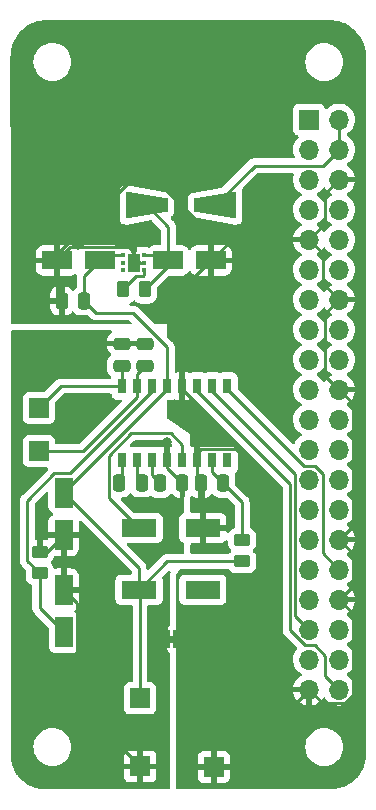
<source format=gbr>
%TF.GenerationSoftware,KiCad,Pcbnew,7.0.2-0*%
%TF.CreationDate,2024-01-15T07:51:27+01:00*%
%TF.ProjectId,dac,6461632e-6b69-4636-9164-5f7063625858,rev?*%
%TF.SameCoordinates,Original*%
%TF.FileFunction,Copper,L1,Top*%
%TF.FilePolarity,Positive*%
%FSLAX46Y46*%
G04 Gerber Fmt 4.6, Leading zero omitted, Abs format (unit mm)*
G04 Created by KiCad (PCBNEW 7.0.2-0) date 2024-01-15 07:51:27*
%MOMM*%
%LPD*%
G01*
G04 APERTURE LIST*
G04 Aperture macros list*
%AMRoundRect*
0 Rectangle with rounded corners*
0 $1 Rounding radius*
0 $2 $3 $4 $5 $6 $7 $8 $9 X,Y pos of 4 corners*
0 Add a 4 corners polygon primitive as box body*
4,1,4,$2,$3,$4,$5,$6,$7,$8,$9,$2,$3,0*
0 Add four circle primitives for the rounded corners*
1,1,$1+$1,$2,$3*
1,1,$1+$1,$4,$5*
1,1,$1+$1,$6,$7*
1,1,$1+$1,$8,$9*
0 Add four rect primitives between the rounded corners*
20,1,$1+$1,$2,$3,$4,$5,0*
20,1,$1+$1,$4,$5,$6,$7,0*
20,1,$1+$1,$6,$7,$8,$9,0*
20,1,$1+$1,$8,$9,$2,$3,0*%
%AMOutline4P*
0 Free polygon, 4 corners , with rotation*
0 The origin of the aperture is its center*
0 number of corners: always 4*
0 $1 to $8 corner X, Y*
0 $9 Rotation angle, in degrees counterclockwise*
0 create outline with 4 corners*
4,1,4,$1,$2,$3,$4,$5,$6,$7,$8,$1,$2,$9*%
%AMFreePoly0*
4,1,19,0.500000,-0.750000,0.000000,-0.750000,0.000000,-0.744911,-0.071157,-0.744911,-0.207708,-0.704816,-0.327430,-0.627875,-0.420627,-0.520320,-0.479746,-0.390866,-0.500000,-0.250000,-0.500000,0.250000,-0.479746,0.390866,-0.420627,0.520320,-0.327430,0.627875,-0.207708,0.704816,-0.071157,0.744911,0.000000,0.744911,0.000000,0.750000,0.500000,0.750000,0.500000,-0.750000,0.500000,-0.750000,
$1*%
%AMFreePoly1*
4,1,19,0.000000,0.744911,0.071157,0.744911,0.207708,0.704816,0.327430,0.627875,0.420627,0.520320,0.479746,0.390866,0.500000,0.250000,0.500000,-0.250000,0.479746,-0.390866,0.420627,-0.520320,0.327430,-0.627875,0.207708,-0.704816,0.071157,-0.744911,0.000000,-0.744911,0.000000,-0.750000,-0.500000,-0.750000,-0.500000,0.750000,0.000000,0.750000,0.000000,0.744911,0.000000,0.744911,
$1*%
G04 Aperture macros list end*
%TA.AperFunction,ComponentPad*%
%ADD10R,1.700000X1.700000*%
%TD*%
%TA.AperFunction,ComponentPad*%
%ADD11O,1.700000X1.700000*%
%TD*%
%TA.AperFunction,SMDPad,CuDef*%
%ADD12RoundRect,0.093750X-0.093750X-0.106250X0.093750X-0.106250X0.093750X0.106250X-0.093750X0.106250X0*%
%TD*%
%TA.AperFunction,SMDPad,CuDef*%
%ADD13R,1.000000X1.600000*%
%TD*%
%TA.AperFunction,SMDPad,CuDef*%
%ADD14R,0.800000X1.300000*%
%TD*%
%TA.AperFunction,SMDPad,CuDef*%
%ADD15RoundRect,0.250000X-0.450000X0.262500X-0.450000X-0.262500X0.450000X-0.262500X0.450000X0.262500X0*%
%TD*%
%TA.AperFunction,SMDPad,CuDef*%
%ADD16RoundRect,0.250000X-0.250000X-0.475000X0.250000X-0.475000X0.250000X0.475000X-0.250000X0.475000X0*%
%TD*%
%TA.AperFunction,SMDPad,CuDef*%
%ADD17RoundRect,0.250000X-1.050000X-0.550000X1.050000X-0.550000X1.050000X0.550000X-1.050000X0.550000X0*%
%TD*%
%TA.AperFunction,SMDPad,CuDef*%
%ADD18RoundRect,0.250000X0.550000X-1.050000X0.550000X1.050000X-0.550000X1.050000X-0.550000X-1.050000X0*%
%TD*%
%TA.AperFunction,SMDPad,CuDef*%
%ADD19RoundRect,0.250000X-0.550000X1.050000X-0.550000X-1.050000X0.550000X-1.050000X0.550000X1.050000X0*%
%TD*%
%TA.AperFunction,SMDPad,CuDef*%
%ADD20RoundRect,0.250000X1.050000X0.550000X-1.050000X0.550000X-1.050000X-0.550000X1.050000X-0.550000X0*%
%TD*%
%TA.AperFunction,SMDPad,CuDef*%
%ADD21RoundRect,0.250000X0.250000X0.475000X-0.250000X0.475000X-0.250000X-0.475000X0.250000X-0.475000X0*%
%TD*%
%TA.AperFunction,SMDPad,CuDef*%
%ADD22Outline4P,-1.800000X-1.150000X1.800000X-0.550000X1.800000X0.550000X-1.800000X1.150000X0.000000*%
%TD*%
%TA.AperFunction,SMDPad,CuDef*%
%ADD23Outline4P,-1.800000X-1.150000X1.800000X-0.550000X1.800000X0.550000X-1.800000X1.150000X180.000000*%
%TD*%
%TA.AperFunction,SMDPad,CuDef*%
%ADD24RoundRect,0.250000X0.475000X-0.250000X0.475000X0.250000X-0.475000X0.250000X-0.475000X-0.250000X0*%
%TD*%
%TA.AperFunction,SMDPad,CuDef*%
%ADD25R,3.000000X1.540000*%
%TD*%
%TA.AperFunction,SMDPad,CuDef*%
%ADD26RoundRect,0.250000X-0.262500X-0.450000X0.262500X-0.450000X0.262500X0.450000X-0.262500X0.450000X0*%
%TD*%
%TA.AperFunction,SMDPad,CuDef*%
%ADD27FreePoly0,180.000000*%
%TD*%
%TA.AperFunction,SMDPad,CuDef*%
%ADD28FreePoly1,180.000000*%
%TD*%
%TA.AperFunction,ViaPad*%
%ADD29C,0.800000*%
%TD*%
%TA.AperFunction,Conductor*%
%ADD30C,0.250000*%
%TD*%
G04 APERTURE END LIST*
%TA.AperFunction,EtchedComponent*%
%TO.C,NT1*%
G36*
X57400000Y-100950000D02*
G01*
X56900000Y-100950000D01*
X56900000Y-100350000D01*
X57400000Y-100350000D01*
X57400000Y-100950000D01*
G37*
%TD.AperFunction*%
%TD*%
D10*
%TO.P,J1,1,3V3*%
%TO.N,unconnected-(J1-3V3-Pad1)*%
X68800000Y-56650000D03*
D11*
%TO.P,J1,2,5V*%
%TO.N,+5V*%
X71340000Y-56650000D03*
%TO.P,J1,3,SDA/GPIO2*%
%TO.N,/SDA*%
X68800000Y-59190000D03*
%TO.P,J1,4,5V*%
%TO.N,+5V*%
X71340000Y-59190000D03*
%TO.P,J1,5,SCL/GPIO3*%
%TO.N,/SCL*%
X68800000Y-61730000D03*
%TO.P,J1,6,GND*%
%TO.N,GND*%
X71340000Y-61730000D03*
%TO.P,J1,7,GCLK0/GPIO4*%
%TO.N,/GPIO4*%
X68800000Y-64270000D03*
%TO.P,J1,8,GPIO14/TXD*%
%TO.N,/UART_TX*%
X71340000Y-64270000D03*
%TO.P,J1,9,GND*%
%TO.N,GND*%
X68800000Y-66810000D03*
%TO.P,J1,10,GPIO15/RXD*%
%TO.N,/UART_RX*%
X71340000Y-66810000D03*
%TO.P,J1,11,GPIO17*%
%TO.N,/GPIO17*%
X68800000Y-69350000D03*
%TO.P,J1,12,GPIO18/PWM0*%
%TO.N,/GPIO18*%
X71340000Y-69350000D03*
%TO.P,J1,13,GPIO27*%
%TO.N,unconnected-(J1-GPIO27-Pad13)*%
X68800000Y-71890000D03*
%TO.P,J1,14,GND*%
%TO.N,GND*%
X71340000Y-71890000D03*
%TO.P,J1,15,GPIO22*%
%TO.N,/I2S_MCLK*%
X68800000Y-74430000D03*
%TO.P,J1,16,GPIO23*%
%TO.N,/U0TXD*%
X71340000Y-74430000D03*
%TO.P,J1,17,3V3*%
%TO.N,unconnected-(J1-3V3-Pad17)*%
X68800000Y-76970000D03*
%TO.P,J1,18,GPIO24*%
%TO.N,/U0RXD*%
X71340000Y-76970000D03*
%TO.P,J1,19,MOSI0/GPIO10*%
%TO.N,/SPI_MOSI*%
X68800000Y-79510000D03*
%TO.P,J1,20,GND*%
%TO.N,GND*%
X71340000Y-79510000D03*
%TO.P,J1,21,MISO0/GPIO9*%
%TO.N,/SPI_MISO*%
X68800000Y-82050000D03*
%TO.P,J1,22,GPIO25*%
%TO.N,/DTR*%
X71340000Y-82050000D03*
%TO.P,J1,23,SCLK0/GPIO11*%
%TO.N,/SPI_CLK*%
X68800000Y-84590000D03*
%TO.P,J1,24,~{CE0}/GPIO8*%
%TO.N,/SPI_CS*%
X71340000Y-84590000D03*
%TO.P,J1,25,GND*%
%TO.N,GND*%
X68800000Y-87130000D03*
%TO.P,J1,26,~{CE1}/GPIO7*%
%TO.N,/GPIO7*%
X71340000Y-87130000D03*
%TO.P,J1,27,ID_SD/GPIO0*%
%TO.N,/GPIO0*%
X68800000Y-89670000D03*
%TO.P,J1,28,ID_SC/GPIO1*%
%TO.N,/GPIO1*%
X71340000Y-89670000D03*
%TO.P,J1,29,GCLK1/GPIO5*%
%TO.N,/GPIO5*%
X68800000Y-92210000D03*
%TO.P,J1,30,GND*%
%TO.N,GND*%
X71340000Y-92210000D03*
%TO.P,J1,31,GCLK2/GPIO6*%
%TO.N,/GPIO6*%
X68800000Y-94750000D03*
%TO.P,J1,32,PWM0/GPIO12*%
%TO.N,/I2S_BCLK*%
X71340000Y-94750000D03*
%TO.P,J1,33,PWM1/GPIO13*%
%TO.N,/PWM1*%
X68800000Y-97290000D03*
%TO.P,J1,34,GND*%
%TO.N,GND*%
X71340000Y-97290000D03*
%TO.P,J1,35,GPIO19/MISO1*%
%TO.N,/I2S_LRCK*%
X68800000Y-99830000D03*
%TO.P,J1,36,GPIO16*%
%TO.N,/GPIO16*%
X71340000Y-99830000D03*
%TO.P,J1,37,GPIO26*%
%TO.N,/RTS*%
X68800000Y-102370000D03*
%TO.P,J1,38,GPIO20/MOSI1*%
%TO.N,/SPDIF*%
X71340000Y-102370000D03*
%TO.P,J1,39,GND*%
%TO.N,GND*%
X68800000Y-104910000D03*
%TO.P,J1,40,GPIO21/SCLK1*%
%TO.N,/I2S_DOUT*%
X71340000Y-104910000D03*
%TD*%
D12*
%TO.P,U5,1,OUT*%
%TO.N,+3V3*%
X53072500Y-68130000D03*
%TO.P,U5,2,NC*%
%TO.N,unconnected-(U5-NC-Pad2)*%
X53072500Y-68780000D03*
%TO.P,U5,3,PG*%
%TO.N,unconnected-(U5-PG-Pad3)*%
X53072500Y-69430000D03*
%TO.P,U5,4,EN*%
%TO.N,Net-(U5-EN)*%
X54847500Y-69430000D03*
%TO.P,U5,5,GND*%
%TO.N,GND*%
X54847500Y-68780000D03*
%TO.P,U5,6,IN*%
%TO.N,/VIN*%
X54847500Y-68130000D03*
D13*
%TO.P,U5,7,EP*%
%TO.N,GND*%
X53960000Y-68780000D03*
%TD*%
D14*
%TO.P,U2,1,BCK*%
%TO.N,/I2S_BCLK*%
X61876600Y-79217000D03*
%TO.P,U2,2,LRCK*%
%TO.N,/I2S_LRCK*%
X60596600Y-79217000D03*
%TO.P,U2,3,SDI*%
%TO.N,/I2S_DOUT*%
X59336600Y-79217000D03*
%TO.P,U2,4,DIF*%
%TO.N,GND*%
X58066600Y-79217000D03*
%TO.P,U2,5,AVCC*%
%TO.N,+3V3*%
X56786600Y-79217000D03*
%TO.P,U2,6,VREG*%
%TO.N,Net-(U2-VREG)*%
X55516600Y-79217000D03*
%TO.P,U2,7,AOUTL*%
%TO.N,/AUDIO_LEFT*%
X54256600Y-79217000D03*
%TO.P,U2,8,AOUTR*%
%TO.N,/AUDIO_RIGHT*%
X52976600Y-79217000D03*
%TO.P,U2,9,CP*%
%TO.N,Net-(U2-CP)*%
X52976600Y-85517000D03*
%TO.P,U2,10,CN*%
%TO.N,Net-(U2-CN)*%
X54256600Y-85517000D03*
%TO.P,U2,11,NEG*%
%TO.N,Net-(U2-NEG)*%
X55516600Y-85517000D03*
%TO.P,U2,12,AGND*%
%TO.N,GNDA*%
X56786600Y-85517000D03*
%TO.P,U2,13,MCLK*%
%TO.N,Net-(U1-OUT)*%
X58066600Y-85517000D03*
%TO.P,U2,14,DGND*%
%TO.N,GND*%
X59336600Y-85517000D03*
%TO.P,U2,15,MUTE_B*%
%TO.N,Net-(U2-MUTE_B)*%
X60596600Y-85517000D03*
%TO.P,U2,16,ZD*%
%TO.N,unconnected-(U2-ZD-Pad16)*%
X61876600Y-85517000D03*
%TD*%
D15*
%TO.P,R1,1*%
%TO.N,Net-(U2-MUTE_B)*%
X63125000Y-92237500D03*
%TO.P,R1,2*%
%TO.N,+3V3*%
X63125000Y-94062500D03*
%TD*%
D16*
%TO.P,C4,1*%
%TO.N,Net-(U2-NEG)*%
X56176600Y-87442000D03*
%TO.P,C4,2*%
%TO.N,GNDA*%
X58076600Y-87442000D03*
%TD*%
D17*
%TO.P,C8,1*%
%TO.N,/VIN*%
X56875000Y-68585000D03*
%TO.P,C8,2*%
%TO.N,GND*%
X60475000Y-68585000D03*
%TD*%
D10*
%TO.P,J7,1,1*%
%TO.N,GND*%
X60725000Y-111475000D03*
%TD*%
%TO.P,J3,1,1*%
%TO.N,/AUDIO_RIGHT*%
X45920000Y-81080000D03*
%TD*%
D18*
%TO.P,C3,1*%
%TO.N,Net-(U2-VREG)*%
X48040000Y-100060000D03*
%TO.P,C3,2*%
%TO.N,GNDA*%
X48040000Y-96460000D03*
%TD*%
D19*
%TO.P,C2,1*%
%TO.N,+3V3*%
X48020000Y-88230000D03*
%TO.P,C2,2*%
%TO.N,GNDA*%
X48020000Y-91830000D03*
%TD*%
D20*
%TO.P,C9,1*%
%TO.N,+3V3*%
X51050000Y-68585000D03*
%TO.P,C9,2*%
%TO.N,GND*%
X47450000Y-68585000D03*
%TD*%
D21*
%TO.P,C1,1*%
%TO.N,Net-(U2-MUTE_B)*%
X61526600Y-87442000D03*
%TO.P,C1,2*%
%TO.N,GND*%
X59626600Y-87442000D03*
%TD*%
D22*
%TO.P,D1,1,K*%
%TO.N,/VIN*%
X55050000Y-63885000D03*
D23*
%TO.P,D1,2,A*%
%TO.N,+5V*%
X60850000Y-63885000D03*
%TD*%
D16*
%TO.P,C5,1*%
%TO.N,Net-(U2-CP)*%
X52726600Y-87417000D03*
%TO.P,C5,2*%
%TO.N,Net-(U2-CN)*%
X54626600Y-87417000D03*
%TD*%
D24*
%TO.P,C6,1*%
%TO.N,/AUDIO_RIGHT*%
X52926600Y-77517000D03*
%TO.P,C6,2*%
%TO.N,GNDA*%
X52926600Y-75617000D03*
%TD*%
D10*
%TO.P,J8,1,1*%
%TO.N,GNDA*%
X54500000Y-111425000D03*
%TD*%
D24*
%TO.P,C7,1*%
%TO.N,/AUDIO_LEFT*%
X54926600Y-77517000D03*
%TO.P,C7,2*%
%TO.N,GNDA*%
X54926600Y-75617000D03*
%TD*%
D10*
%TO.P,J2,1,1*%
%TO.N,/AUDIO_LEFT*%
X45920000Y-84730000D03*
%TD*%
D21*
%TO.P,C10,1*%
%TO.N,+3V3*%
X49750000Y-72010000D03*
%TO.P,C10,2*%
%TO.N,GND*%
X47850000Y-72010000D03*
%TD*%
D10*
%TO.P,J6,1,1*%
%TO.N,+3V3*%
X54475000Y-105650000D03*
%TD*%
D15*
%TO.P,R2,1*%
%TO.N,GNDA*%
X45990000Y-93237500D03*
%TO.P,R2,2*%
%TO.N,Net-(U2-VREG)*%
X45990000Y-95062500D03*
%TD*%
D25*
%TO.P,U1,1,EN*%
%TO.N,unconnected-(U1-EN-Pad1)*%
X59800000Y-96460000D03*
%TO.P,U1,2,GND*%
%TO.N,GND*%
X59800000Y-91240000D03*
%TO.P,U1,3,OUT*%
%TO.N,Net-(U1-OUT)*%
X54400000Y-91240000D03*
%TO.P,U1,4,VDD*%
%TO.N,+3V3*%
X54400000Y-96460000D03*
%TD*%
D26*
%TO.P,R3,1*%
%TO.N,Net-(U5-EN)*%
X53062500Y-71035000D03*
%TO.P,R3,2*%
%TO.N,/VIN*%
X54887500Y-71035000D03*
%TD*%
D27*
%TO.P,NT1,1,1*%
%TO.N,GND*%
X57800000Y-100650000D03*
D28*
%TO.P,NT1,2,2*%
%TO.N,GNDA*%
X56500000Y-100650000D03*
%TD*%
D29*
%TO.N,GND*%
X64301600Y-86242000D03*
%TO.N,GNDA*%
X51360000Y-75610000D03*
X46000000Y-92010000D03*
X56800000Y-83950000D03*
%TD*%
D30*
%TO.N,GND*%
X47450000Y-68075380D02*
X53745380Y-61780000D01*
X53745380Y-61780000D02*
X55860000Y-61780000D01*
X55860000Y-61780000D02*
X60475000Y-66395000D01*
X60475000Y-66395000D02*
X60475000Y-68585000D01*
X60475000Y-68585000D02*
X58066600Y-70993400D01*
X58066600Y-70993400D02*
X58066600Y-79217000D01*
X71340000Y-79510000D02*
X70165000Y-78335000D01*
X70165000Y-73065000D02*
X71340000Y-71890000D01*
X70165000Y-78335000D02*
X70165000Y-73065000D01*
X68800000Y-66810000D02*
X69975000Y-67985000D01*
X69975000Y-67985000D02*
X69975000Y-70525000D01*
X69975000Y-70525000D02*
X71340000Y-71890000D01*
X71340000Y-97290000D02*
X72515000Y-98465000D01*
X72515000Y-105396701D02*
X71826701Y-106085000D01*
X72515000Y-98465000D02*
X72515000Y-105396701D01*
X71826701Y-106085000D02*
X69975000Y-106085000D01*
X69975000Y-106085000D02*
X68800000Y-104910000D01*
X71340000Y-92210000D02*
X72515000Y-93385000D01*
X72515000Y-93385000D02*
X72515000Y-96115000D01*
X72515000Y-96115000D02*
X71340000Y-97290000D01*
X71340000Y-92210000D02*
X72515000Y-91035000D01*
X72515000Y-91035000D02*
X72515000Y-80685000D01*
X72515000Y-80685000D02*
X71340000Y-79510000D01*
%TO.N,GNDA*%
X51360000Y-75610000D02*
X52919600Y-75610000D01*
X46000000Y-92010000D02*
X46000000Y-93227500D01*
X48040000Y-96460000D02*
X49165000Y-97585000D01*
X49165000Y-97585000D02*
X49165000Y-106090000D01*
X49165000Y-106090000D02*
X54500000Y-111425000D01*
%TO.N,GND*%
X60725000Y-111475000D02*
X62235000Y-111475000D01*
X62235000Y-111475000D02*
X68800000Y-104910000D01*
%TO.N,Net-(U2-VREG)*%
X55516600Y-79657000D02*
X48568600Y-86605000D01*
X48568600Y-86605000D02*
X47231827Y-86605000D01*
X47231827Y-86605000D02*
X44930000Y-88906827D01*
X44930000Y-94002500D02*
X45990000Y-95062500D01*
X44930000Y-88906827D02*
X44930000Y-94002500D01*
%TO.N,+3V3*%
X54400000Y-96460000D02*
X54400000Y-94610000D01*
X54400000Y-94610000D02*
X48020000Y-88230000D01*
%TO.N,Net-(U2-VREG)*%
X45990000Y-95062500D02*
X45990000Y-98010000D01*
X45990000Y-98010000D02*
X48040000Y-100060000D01*
%TO.N,GNDA*%
X45990000Y-93237500D02*
X46612500Y-93237500D01*
X46612500Y-93237500D02*
X48020000Y-91830000D01*
%TO.N,+3V3*%
X54475000Y-105650000D02*
X54475000Y-96535000D01*
%TO.N,Net-(U1-OUT)*%
X58066600Y-85517000D02*
X58066600Y-84191295D01*
X58066600Y-84191295D02*
X57065305Y-83190000D01*
X57065305Y-83190000D02*
X53750000Y-83190000D01*
X51840000Y-88680000D02*
X54400000Y-91240000D01*
X53750000Y-83190000D02*
X51840000Y-85100000D01*
X51840000Y-85100000D02*
X51840000Y-88680000D01*
%TO.N,Net-(U5-EN)*%
X54847500Y-69430000D02*
X54847500Y-69842500D01*
X54847500Y-69842500D02*
X54760000Y-69930000D01*
X54760000Y-69930000D02*
X54167500Y-69930000D01*
X54167500Y-69930000D02*
X53062500Y-71035000D01*
%TO.N,GND*%
X53960000Y-68230000D02*
X53960000Y-67876447D01*
X53960000Y-67876447D02*
X53543553Y-67460000D01*
X53543553Y-67460000D02*
X48575000Y-67460000D01*
X48575000Y-67460000D02*
X47450000Y-68585000D01*
X54847500Y-68780000D02*
X54510000Y-68780000D01*
X54510000Y-68780000D02*
X53960000Y-68230000D01*
%TO.N,/VIN*%
X54847500Y-68130000D02*
X56420000Y-68130000D01*
%TO.N,+3V3*%
X53072500Y-68130000D02*
X51505000Y-68130000D01*
%TO.N,Net-(U2-MUTE_B)*%
X61526600Y-87442000D02*
X63125000Y-89040400D01*
X60596600Y-86512000D02*
X61526600Y-87442000D01*
X63125000Y-89040400D02*
X63125000Y-92237500D01*
X60596600Y-85517000D02*
X60596600Y-86512000D01*
%TO.N,GND*%
X70165000Y-65445000D02*
X68800000Y-66810000D01*
X47450000Y-68585000D02*
X47450000Y-71610000D01*
X62601600Y-84542000D02*
X59644600Y-84542000D01*
X59336600Y-84850000D02*
X59336600Y-85517000D01*
X47450000Y-71610000D02*
X47850000Y-72010000D01*
X62250000Y-66810000D02*
X60475000Y-68585000D01*
X68800000Y-66810000D02*
X62250000Y-66810000D01*
X71340000Y-61730000D02*
X70165000Y-62905000D01*
X59336600Y-85517000D02*
X59336600Y-87152000D01*
X59336600Y-80737000D02*
X59336600Y-85517000D01*
X59800000Y-87615400D02*
X59800000Y-91240000D01*
X70165000Y-62905000D02*
X70165000Y-65445000D01*
X59644600Y-84542000D02*
X59336600Y-84850000D01*
X64301600Y-86242000D02*
X62601600Y-84542000D01*
X58066600Y-79467000D02*
X59336600Y-80737000D01*
%TO.N,+3V3*%
X51050000Y-68585000D02*
X49750000Y-69885000D01*
X49750000Y-69885000D02*
X49750000Y-72010000D01*
X56797500Y-94062500D02*
X54400000Y-96460000D01*
X56786600Y-75938827D02*
X53872773Y-73025000D01*
X63125000Y-94062500D02*
X56797500Y-94062500D01*
X48125000Y-88128600D02*
X56786600Y-79467000D01*
X56786600Y-79217000D02*
X56786600Y-75938827D01*
X50765000Y-73025000D02*
X49750000Y-72010000D01*
X53872773Y-73025000D02*
X50765000Y-73025000D01*
%TO.N,GNDA*%
X48150000Y-96270000D02*
X48150000Y-93145000D01*
X52926600Y-75617000D02*
X54926600Y-75617000D01*
X56786600Y-85517000D02*
X56786600Y-83963400D01*
X56786600Y-86152000D02*
X58076600Y-87442000D01*
X56786600Y-83963400D02*
X56800000Y-83950000D01*
X56786600Y-85517000D02*
X56786600Y-86152000D01*
%TO.N,Net-(U2-NEG)*%
X55516600Y-86782000D02*
X56176600Y-87442000D01*
X55516600Y-85517000D02*
X55516600Y-86782000D01*
%TO.N,Net-(U2-CP)*%
X52976600Y-85517000D02*
X52976600Y-87167000D01*
%TO.N,Net-(U2-CN)*%
X54256600Y-85517000D02*
X54256600Y-87047000D01*
%TO.N,/AUDIO_RIGHT*%
X52976600Y-79217000D02*
X47783000Y-79217000D01*
X47783000Y-79217000D02*
X45920000Y-81080000D01*
X52926600Y-77517000D02*
X52926600Y-79167000D01*
%TO.N,/AUDIO_LEFT*%
X54256600Y-78187000D02*
X54256600Y-79217000D01*
X45920000Y-84730000D02*
X49643600Y-84730000D01*
X54926600Y-77517000D02*
X54256600Y-78187000D01*
X54256600Y-80117000D02*
X54256600Y-79217000D01*
X49643600Y-84730000D02*
X54256600Y-80117000D01*
%TO.N,/VIN*%
X55050000Y-63885000D02*
X56875000Y-65710000D01*
X56875000Y-69047500D02*
X54887500Y-71035000D01*
X56875000Y-65710000D02*
X56875000Y-68585000D01*
%TO.N,+5V*%
X69975000Y-60555000D02*
X71340000Y-59190000D01*
X71340000Y-56650000D02*
X71340000Y-59190000D01*
X64180000Y-60555000D02*
X69975000Y-60555000D01*
X60850000Y-63885000D02*
X64180000Y-60555000D01*
%TO.N,/I2S_BCLK*%
X69975000Y-86643299D02*
X69975000Y-93385000D01*
X69286701Y-85955000D02*
X69975000Y-86643299D01*
X68364600Y-85955000D02*
X69286701Y-85955000D01*
X69975000Y-93385000D02*
X71340000Y-94750000D01*
X61876600Y-79467000D02*
X68364600Y-85955000D01*
%TO.N,/I2S_LRCK*%
X67625000Y-98655000D02*
X68800000Y-99830000D01*
X60596600Y-79637000D02*
X67625000Y-86665400D01*
X67625000Y-86665400D02*
X67625000Y-98655000D01*
%TO.N,/I2S_DOUT*%
X67175000Y-87495400D02*
X67175000Y-99866701D01*
X70165000Y-102073299D02*
X70165000Y-103735000D01*
X67175000Y-99866701D02*
X68483299Y-101175000D01*
X59336600Y-79657000D02*
X67175000Y-87495400D01*
X70165000Y-103735000D02*
X71340000Y-104910000D01*
X68483299Y-101175000D02*
X69266701Y-101175000D01*
X69266701Y-101175000D02*
X70165000Y-102073299D01*
%TD*%
%TA.AperFunction,Conductor*%
%TO.N,GNDA*%
G36*
X52049472Y-74525185D02*
G01*
X52095227Y-74577989D01*
X52105171Y-74647147D01*
X52076146Y-74710703D01*
X52047529Y-74735039D01*
X51983254Y-74774683D01*
X51859283Y-74898654D01*
X51767242Y-75047877D01*
X51712093Y-75214303D01*
X51701919Y-75313890D01*
X51701600Y-75320168D01*
X51701600Y-75367000D01*
X55052600Y-75367000D01*
X55119639Y-75386685D01*
X55165394Y-75439489D01*
X55176600Y-75491000D01*
X55176600Y-75743000D01*
X55156915Y-75810039D01*
X55104111Y-75855794D01*
X55052600Y-75867000D01*
X51701601Y-75867000D01*
X51701601Y-75913829D01*
X51701921Y-75920111D01*
X51712093Y-76019695D01*
X51767242Y-76186122D01*
X51859283Y-76335345D01*
X51983254Y-76459316D01*
X51986256Y-76461168D01*
X52032980Y-76513117D01*
X52044201Y-76582079D01*
X52016357Y-76646161D01*
X51986259Y-76672242D01*
X51982944Y-76674286D01*
X51858888Y-76798342D01*
X51766786Y-76947665D01*
X51711600Y-77114202D01*
X51701419Y-77213858D01*
X51701417Y-77213878D01*
X51701100Y-77216991D01*
X51701100Y-77220138D01*
X51701100Y-77220139D01*
X51701100Y-77813858D01*
X51701100Y-77813877D01*
X51701101Y-77817008D01*
X51701420Y-77820140D01*
X51701421Y-77820141D01*
X51711600Y-77919796D01*
X51766786Y-78086334D01*
X51858888Y-78235657D01*
X51982940Y-78359709D01*
X51982942Y-78359710D01*
X51982944Y-78359712D01*
X51986589Y-78361960D01*
X52033314Y-78413907D01*
X52044538Y-78482870D01*
X52016696Y-78546952D01*
X51958628Y-78585809D01*
X51921494Y-78591500D01*
X47865744Y-78591500D01*
X47845237Y-78589235D01*
X47775127Y-78591439D01*
X47771232Y-78591500D01*
X47743650Y-78591500D01*
X47739805Y-78591985D01*
X47739780Y-78591987D01*
X47739653Y-78592004D01*
X47728033Y-78592918D01*
X47684369Y-78594290D01*
X47665129Y-78599880D01*
X47646081Y-78603825D01*
X47626209Y-78606335D01*
X47585599Y-78622413D01*
X47574554Y-78626194D01*
X47532610Y-78638381D01*
X47515365Y-78648579D01*
X47497904Y-78657133D01*
X47479267Y-78664512D01*
X47443931Y-78690185D01*
X47434174Y-78696595D01*
X47396580Y-78718829D01*
X47382413Y-78732996D01*
X47367624Y-78745626D01*
X47351413Y-78757404D01*
X47323572Y-78791058D01*
X47315711Y-78799697D01*
X46422227Y-79693181D01*
X46360904Y-79726666D01*
X46334546Y-79729500D01*
X45025439Y-79729500D01*
X45025420Y-79729500D01*
X45022128Y-79729501D01*
X45018848Y-79729853D01*
X45018840Y-79729854D01*
X44962515Y-79735909D01*
X44827669Y-79786204D01*
X44712454Y-79872454D01*
X44626204Y-79987668D01*
X44601005Y-80055232D01*
X44575909Y-80122517D01*
X44569500Y-80182127D01*
X44569500Y-80185448D01*
X44569500Y-80185449D01*
X44569500Y-81974560D01*
X44569500Y-81974578D01*
X44569501Y-81977872D01*
X44569853Y-81981152D01*
X44569854Y-81981159D01*
X44575909Y-82037484D01*
X44598481Y-82098002D01*
X44626204Y-82172331D01*
X44712454Y-82287546D01*
X44827669Y-82373796D01*
X44962517Y-82424091D01*
X45022127Y-82430500D01*
X46817872Y-82430499D01*
X46877483Y-82424091D01*
X47012331Y-82373796D01*
X47127546Y-82287546D01*
X47213796Y-82172331D01*
X47264091Y-82037483D01*
X47270500Y-81977873D01*
X47270499Y-80665452D01*
X47290184Y-80598414D01*
X47306818Y-80577772D01*
X48005772Y-79878819D01*
X48067095Y-79845334D01*
X48093453Y-79842500D01*
X51956936Y-79842500D01*
X52023975Y-79862185D01*
X52069730Y-79914989D01*
X52080226Y-79953245D01*
X52082509Y-79974484D01*
X52087427Y-79987669D01*
X52132804Y-80109331D01*
X52219054Y-80224546D01*
X52334269Y-80310796D01*
X52469117Y-80361091D01*
X52528727Y-80367500D01*
X52822147Y-80367499D01*
X52889185Y-80387183D01*
X52934940Y-80439987D01*
X52944884Y-80509146D01*
X52915859Y-80572701D01*
X52909827Y-80579180D01*
X49420828Y-84068181D01*
X49359505Y-84101666D01*
X49333147Y-84104500D01*
X47394499Y-84104500D01*
X47327460Y-84084815D01*
X47281705Y-84032011D01*
X47270499Y-83980500D01*
X47270499Y-83835439D01*
X47270499Y-83835438D01*
X47270499Y-83832128D01*
X47264091Y-83772517D01*
X47213796Y-83637669D01*
X47127546Y-83522454D01*
X47012331Y-83436204D01*
X46877483Y-83385909D01*
X46817873Y-83379500D01*
X46814550Y-83379500D01*
X45025439Y-83379500D01*
X45025420Y-83379500D01*
X45022128Y-83379501D01*
X45018848Y-83379853D01*
X45018840Y-83379854D01*
X44962515Y-83385909D01*
X44827669Y-83436204D01*
X44712454Y-83522454D01*
X44626204Y-83637668D01*
X44575910Y-83772515D01*
X44575909Y-83772517D01*
X44569500Y-83832127D01*
X44569500Y-83835448D01*
X44569500Y-83835449D01*
X44569500Y-85624560D01*
X44569500Y-85624578D01*
X44569501Y-85627872D01*
X44569853Y-85631152D01*
X44569854Y-85631159D01*
X44575909Y-85687484D01*
X44578530Y-85694511D01*
X44626204Y-85822331D01*
X44712454Y-85937546D01*
X44827669Y-86023796D01*
X44962517Y-86074091D01*
X45022127Y-86080500D01*
X46572374Y-86080499D01*
X46639413Y-86100184D01*
X46685168Y-86152987D01*
X46695112Y-86222146D01*
X46666087Y-86285702D01*
X46660055Y-86292180D01*
X44546208Y-88406026D01*
X44530110Y-88418923D01*
X44482096Y-88470052D01*
X44479392Y-88472843D01*
X44462628Y-88489607D01*
X44462621Y-88489614D01*
X44459880Y-88492356D01*
X44457499Y-88495424D01*
X44457490Y-88495435D01*
X44457411Y-88495538D01*
X44449842Y-88504399D01*
X44419935Y-88536247D01*
X44410285Y-88553801D01*
X44399609Y-88570055D01*
X44387326Y-88585890D01*
X44369975Y-88625985D01*
X44364838Y-88636471D01*
X44343802Y-88674734D01*
X44338821Y-88694136D01*
X44332520Y-88712538D01*
X44324561Y-88730929D01*
X44317728Y-88774069D01*
X44315360Y-88785501D01*
X44304500Y-88827804D01*
X44304500Y-88847843D01*
X44302973Y-88867241D01*
X44299840Y-88887021D01*
X44303950Y-88930500D01*
X44304500Y-88942170D01*
X44304500Y-93919756D01*
X44302235Y-93940266D01*
X44304439Y-94010372D01*
X44304500Y-94014267D01*
X44304500Y-94041850D01*
X44304988Y-94045719D01*
X44304989Y-94045725D01*
X44305004Y-94045843D01*
X44305918Y-94057467D01*
X44307290Y-94101126D01*
X44312879Y-94120360D01*
X44316825Y-94139416D01*
X44319335Y-94159292D01*
X44335414Y-94199904D01*
X44339197Y-94210951D01*
X44351382Y-94252891D01*
X44361580Y-94270135D01*
X44370136Y-94287600D01*
X44377514Y-94306232D01*
X44377515Y-94306233D01*
X44403180Y-94341559D01*
X44409593Y-94351322D01*
X44431826Y-94388916D01*
X44431829Y-94388919D01*
X44431830Y-94388920D01*
X44445995Y-94403085D01*
X44458627Y-94417875D01*
X44470406Y-94434087D01*
X44504058Y-94461926D01*
X44512699Y-94469789D01*
X44753181Y-94710271D01*
X44786666Y-94771594D01*
X44789500Y-94797952D01*
X44789500Y-95371858D01*
X44789500Y-95371877D01*
X44789501Y-95375008D01*
X44789820Y-95378140D01*
X44789821Y-95378141D01*
X44800000Y-95477796D01*
X44855186Y-95644334D01*
X44947288Y-95793657D01*
X45071342Y-95917711D01*
X45099618Y-95935151D01*
X45220666Y-96009814D01*
X45279503Y-96029310D01*
X45336948Y-96069082D01*
X45363772Y-96133597D01*
X45364500Y-96147016D01*
X45364500Y-97927256D01*
X45362235Y-97947766D01*
X45364439Y-98017872D01*
X45364500Y-98021767D01*
X45364500Y-98049350D01*
X45364988Y-98053219D01*
X45364989Y-98053225D01*
X45365004Y-98053343D01*
X45365918Y-98064967D01*
X45367290Y-98108626D01*
X45372879Y-98127860D01*
X45376825Y-98146916D01*
X45379335Y-98166792D01*
X45395414Y-98207404D01*
X45399197Y-98218451D01*
X45411382Y-98260391D01*
X45421580Y-98277635D01*
X45430136Y-98295100D01*
X45437514Y-98313732D01*
X45437515Y-98313733D01*
X45463180Y-98349059D01*
X45469593Y-98358822D01*
X45491826Y-98396416D01*
X45491829Y-98396419D01*
X45491830Y-98396420D01*
X45505995Y-98410585D01*
X45518627Y-98425375D01*
X45530406Y-98441587D01*
X45564058Y-98469426D01*
X45572699Y-98477289D01*
X46703181Y-99607771D01*
X46736666Y-99669094D01*
X46739500Y-99695452D01*
X46739500Y-101156859D01*
X46739500Y-101156878D01*
X46739501Y-101160008D01*
X46739820Y-101163140D01*
X46739821Y-101163141D01*
X46750000Y-101262796D01*
X46805186Y-101429334D01*
X46897288Y-101578657D01*
X47021342Y-101702711D01*
X47045778Y-101717783D01*
X47170666Y-101794814D01*
X47282016Y-101831712D01*
X47337202Y-101849999D01*
X47436858Y-101860180D01*
X47436859Y-101860180D01*
X47439991Y-101860500D01*
X48640008Y-101860499D01*
X48742797Y-101849999D01*
X48909334Y-101794814D01*
X49058656Y-101702712D01*
X49182712Y-101578656D01*
X49274814Y-101429334D01*
X49329999Y-101262797D01*
X49340500Y-101160009D01*
X49340499Y-98959992D01*
X49329999Y-98857203D01*
X49274814Y-98690666D01*
X49182712Y-98541344D01*
X49182711Y-98541342D01*
X49058657Y-98417288D01*
X48974281Y-98365245D01*
X48927556Y-98313297D01*
X48916333Y-98244335D01*
X48944177Y-98180252D01*
X48974281Y-98154167D01*
X49058345Y-98102316D01*
X49182316Y-97978345D01*
X49274357Y-97829122D01*
X49329506Y-97662696D01*
X49339680Y-97563109D01*
X49340000Y-97556831D01*
X49340000Y-96710000D01*
X47914000Y-96710000D01*
X47846961Y-96690315D01*
X47801206Y-96637511D01*
X47790000Y-96586000D01*
X47790000Y-94660000D01*
X48290000Y-94660000D01*
X48290000Y-96210000D01*
X49339999Y-96210000D01*
X49339999Y-95363170D01*
X49339678Y-95356888D01*
X49329506Y-95257304D01*
X49274357Y-95090877D01*
X49182316Y-94941654D01*
X49058345Y-94817683D01*
X48909122Y-94725642D01*
X48742696Y-94670493D01*
X48643109Y-94660319D01*
X48636832Y-94660000D01*
X48290000Y-94660000D01*
X47790000Y-94660000D01*
X47443171Y-94660000D01*
X47436888Y-94660321D01*
X47337304Y-94670493D01*
X47320223Y-94676154D01*
X47250394Y-94678556D01*
X47190353Y-94642824D01*
X47163513Y-94597452D01*
X47147310Y-94548555D01*
X47124814Y-94480666D01*
X47068225Y-94388920D01*
X47032713Y-94331345D01*
X46988969Y-94287601D01*
X46938693Y-94237325D01*
X46905210Y-94176005D01*
X46910194Y-94106313D01*
X46938696Y-94061964D01*
X47032316Y-93968344D01*
X47124357Y-93819122D01*
X47164045Y-93699352D01*
X47203817Y-93641907D01*
X47268333Y-93615084D01*
X47303720Y-93618841D01*
X47303794Y-93618126D01*
X47416890Y-93629680D01*
X47423168Y-93629999D01*
X47769999Y-93629999D01*
X47770000Y-93629998D01*
X48269999Y-93629998D01*
X48270000Y-93629999D01*
X48616829Y-93629999D01*
X48623111Y-93629678D01*
X48722695Y-93619506D01*
X48889122Y-93564357D01*
X49038345Y-93472316D01*
X49162316Y-93348345D01*
X49254357Y-93199122D01*
X49309506Y-93032696D01*
X49319680Y-92933109D01*
X49320000Y-92926831D01*
X49320000Y-92080000D01*
X48270000Y-92080000D01*
X48269999Y-93629998D01*
X47770000Y-93629998D01*
X47770000Y-92080000D01*
X46720000Y-92080000D01*
X46720000Y-92111185D01*
X46700315Y-92178224D01*
X46647511Y-92223979D01*
X46583399Y-92234543D01*
X46493113Y-92225320D01*
X46486832Y-92225000D01*
X46240000Y-92225000D01*
X46240000Y-93363500D01*
X46220315Y-93430539D01*
X46167511Y-93476294D01*
X46116000Y-93487500D01*
X45864000Y-93487500D01*
X45796961Y-93467815D01*
X45751206Y-93415011D01*
X45740000Y-93363500D01*
X45740000Y-92225000D01*
X45679500Y-92225000D01*
X45612461Y-92205315D01*
X45566706Y-92152511D01*
X45555500Y-92101000D01*
X45555500Y-89217278D01*
X45575185Y-89150239D01*
X45591814Y-89129602D01*
X46507821Y-88213595D01*
X46569142Y-88180112D01*
X46638834Y-88185096D01*
X46694767Y-88226968D01*
X46719184Y-88292432D01*
X46719500Y-88301278D01*
X46719500Y-89326859D01*
X46719500Y-89326878D01*
X46719501Y-89330008D01*
X46719820Y-89333140D01*
X46719821Y-89333141D01*
X46730000Y-89432796D01*
X46785186Y-89599334D01*
X46877288Y-89748657D01*
X47001342Y-89872711D01*
X47085718Y-89924754D01*
X47132443Y-89976702D01*
X47143666Y-90045664D01*
X47115823Y-90109746D01*
X47085719Y-90135831D01*
X47001655Y-90187682D01*
X46877683Y-90311654D01*
X46785642Y-90460877D01*
X46730493Y-90627303D01*
X46720319Y-90726890D01*
X46720000Y-90733168D01*
X46720000Y-91580000D01*
X49319999Y-91580000D01*
X49319999Y-90733170D01*
X49319679Y-90726898D01*
X49319531Y-90725446D01*
X49319589Y-90725131D01*
X49319518Y-90723730D01*
X49319614Y-90724995D01*
X49332299Y-90656753D01*
X49380178Y-90605867D01*
X49447968Y-90588945D01*
X49514145Y-90611359D01*
X49530570Y-90625160D01*
X53738181Y-94832771D01*
X53771666Y-94894094D01*
X53774500Y-94920452D01*
X53774500Y-95065500D01*
X53754815Y-95132539D01*
X53702011Y-95178294D01*
X53650500Y-95189500D01*
X52855439Y-95189500D01*
X52855420Y-95189500D01*
X52852128Y-95189501D01*
X52848848Y-95189853D01*
X52848840Y-95189854D01*
X52792515Y-95195909D01*
X52657669Y-95246204D01*
X52542454Y-95332454D01*
X52456204Y-95447668D01*
X52405910Y-95582515D01*
X52405909Y-95582517D01*
X52399500Y-95642127D01*
X52399500Y-95645448D01*
X52399500Y-95645449D01*
X52399500Y-97274560D01*
X52399500Y-97274578D01*
X52399501Y-97277872D01*
X52399853Y-97281152D01*
X52399854Y-97281159D01*
X52401420Y-97295726D01*
X52405909Y-97337483D01*
X52456204Y-97472331D01*
X52542454Y-97587546D01*
X52657669Y-97673796D01*
X52792517Y-97724091D01*
X52852127Y-97730500D01*
X53725500Y-97730499D01*
X53792539Y-97750183D01*
X53838294Y-97802987D01*
X53849500Y-97854499D01*
X53849500Y-104175500D01*
X53829815Y-104242539D01*
X53777011Y-104288294D01*
X53725501Y-104299500D01*
X53580439Y-104299500D01*
X53580420Y-104299500D01*
X53577128Y-104299501D01*
X53573848Y-104299853D01*
X53573840Y-104299854D01*
X53517515Y-104305909D01*
X53382669Y-104356204D01*
X53267454Y-104442454D01*
X53181204Y-104557668D01*
X53130910Y-104692515D01*
X53130909Y-104692517D01*
X53124500Y-104752127D01*
X53124500Y-104755448D01*
X53124500Y-104755449D01*
X53124500Y-106544560D01*
X53124500Y-106544578D01*
X53124501Y-106547872D01*
X53130909Y-106607483D01*
X53181204Y-106742331D01*
X53267454Y-106857546D01*
X53382669Y-106943796D01*
X53517517Y-106994091D01*
X53577127Y-107000500D01*
X55372872Y-107000499D01*
X55432483Y-106994091D01*
X55567331Y-106943796D01*
X55682546Y-106857546D01*
X55768796Y-106742331D01*
X55819091Y-106607483D01*
X55825500Y-106547873D01*
X55825499Y-104752128D01*
X55819091Y-104692517D01*
X55768796Y-104557669D01*
X55682546Y-104442454D01*
X55567331Y-104356204D01*
X55432483Y-104305909D01*
X55372873Y-104299500D01*
X55369551Y-104299500D01*
X55224500Y-104299500D01*
X55157461Y-104279815D01*
X55111706Y-104227011D01*
X55100500Y-104175500D01*
X55100500Y-97854499D01*
X55120185Y-97787460D01*
X55172989Y-97741705D01*
X55224500Y-97730499D01*
X55944561Y-97730499D01*
X55947872Y-97730499D01*
X56007483Y-97724091D01*
X56142331Y-97673796D01*
X56257546Y-97587546D01*
X56343796Y-97472331D01*
X56394091Y-97337483D01*
X56400500Y-97277873D01*
X56400499Y-95642128D01*
X56394091Y-95582517D01*
X56358909Y-95488191D01*
X56353926Y-95418501D01*
X56387409Y-95357180D01*
X56859979Y-94884611D01*
X56921301Y-94851127D01*
X56990993Y-94856111D01*
X57046926Y-94897983D01*
X57071343Y-94963447D01*
X57060453Y-95023805D01*
X57034662Y-95080277D01*
X57015474Y-95145624D01*
X57014977Y-95147318D01*
X57014976Y-95147322D01*
X57014527Y-95150444D01*
X57014524Y-95150460D01*
X56994500Y-95289738D01*
X56994500Y-95695000D01*
X56994499Y-99442031D01*
X56974814Y-99509070D01*
X56964213Y-99523233D01*
X56874622Y-99626627D01*
X56814834Y-99757542D01*
X56794353Y-99900000D01*
X56794353Y-100935763D01*
X56794353Y-101400000D01*
X56794510Y-101402208D01*
X56794511Y-101402210D01*
X56799499Y-101471960D01*
X56816769Y-101530776D01*
X56840047Y-101610053D01*
X56858124Y-101638181D01*
X56917856Y-101731128D01*
X56951702Y-101760455D01*
X56989476Y-101819233D01*
X56994499Y-101854168D01*
X56994500Y-109778799D01*
X56994500Y-113227700D01*
X56974815Y-113294739D01*
X56922011Y-113340494D01*
X56870500Y-113351700D01*
X46459881Y-113351700D01*
X46452928Y-113351505D01*
X46340936Y-113345215D01*
X46127717Y-113332318D01*
X46114433Y-113330792D01*
X45967231Y-113305781D01*
X45792119Y-113273691D01*
X45780150Y-113270877D01*
X45630646Y-113227805D01*
X45628084Y-113227037D01*
X45596615Y-113217231D01*
X45465643Y-113176418D01*
X45455093Y-113172598D01*
X45308767Y-113111988D01*
X45305329Y-113110502D01*
X45152729Y-113041822D01*
X45143639Y-113037275D01*
X45003748Y-112959960D01*
X44999579Y-112957549D01*
X44857588Y-112871712D01*
X44849995Y-112866733D01*
X44719034Y-112773810D01*
X44714317Y-112770292D01*
X44584236Y-112668381D01*
X44578082Y-112663229D01*
X44543347Y-112632188D01*
X44458107Y-112556012D01*
X44453053Y-112551234D01*
X44336364Y-112434545D01*
X44331586Y-112429491D01*
X44288251Y-112380999D01*
X44233307Y-112319518D01*
X53150000Y-112319518D01*
X53150354Y-112326132D01*
X53156400Y-112382371D01*
X53206647Y-112517089D01*
X53292811Y-112632188D01*
X53407910Y-112718352D01*
X53542628Y-112768599D01*
X53598867Y-112774645D01*
X53605482Y-112775000D01*
X54250000Y-112775000D01*
X54250000Y-111860501D01*
X54357685Y-111909680D01*
X54464237Y-111925000D01*
X54535763Y-111925000D01*
X54642315Y-111909680D01*
X54750000Y-111860501D01*
X54750000Y-112775000D01*
X55394518Y-112775000D01*
X55401132Y-112774645D01*
X55457371Y-112768599D01*
X55592089Y-112718352D01*
X55707188Y-112632188D01*
X55793352Y-112517089D01*
X55843599Y-112382371D01*
X55849645Y-112326132D01*
X55850000Y-112319518D01*
X55850000Y-111675000D01*
X54933686Y-111675000D01*
X54959493Y-111634844D01*
X55000000Y-111496889D01*
X55000000Y-111353111D01*
X54959493Y-111215156D01*
X54933686Y-111175000D01*
X55850000Y-111175000D01*
X55850000Y-110530481D01*
X55849645Y-110523867D01*
X55843599Y-110467628D01*
X55793352Y-110332910D01*
X55707188Y-110217811D01*
X55592089Y-110131647D01*
X55457371Y-110081400D01*
X55401132Y-110075354D01*
X55394518Y-110075000D01*
X54750000Y-110075000D01*
X54750000Y-110989498D01*
X54642315Y-110940320D01*
X54535763Y-110925000D01*
X54464237Y-110925000D01*
X54357685Y-110940320D01*
X54250000Y-110989498D01*
X54250000Y-110075000D01*
X53605482Y-110075000D01*
X53598867Y-110075354D01*
X53542628Y-110081400D01*
X53407910Y-110131647D01*
X53292811Y-110217811D01*
X53206647Y-110332910D01*
X53156400Y-110467628D01*
X53150354Y-110523867D01*
X53150000Y-110530481D01*
X53150000Y-111175000D01*
X54066314Y-111175000D01*
X54040507Y-111215156D01*
X54000000Y-111353111D01*
X54000000Y-111496889D01*
X54040507Y-111634844D01*
X54066314Y-111675000D01*
X53150000Y-111675000D01*
X53150000Y-112319518D01*
X44233307Y-112319518D01*
X44224361Y-112309507D01*
X44219225Y-112303371D01*
X44167304Y-112237099D01*
X44117306Y-112173281D01*
X44113788Y-112168564D01*
X44079826Y-112120700D01*
X44020854Y-112037587D01*
X44015895Y-112030025D01*
X43930028Y-111887984D01*
X43927638Y-111883850D01*
X43908903Y-111849952D01*
X43850319Y-111743952D01*
X43845776Y-111734869D01*
X43777096Y-111582269D01*
X43775631Y-111578881D01*
X43714993Y-111432487D01*
X43711189Y-111421981D01*
X43660529Y-111259410D01*
X43659793Y-111256952D01*
X43646055Y-111209266D01*
X43616719Y-111107438D01*
X43613909Y-111095486D01*
X43581818Y-110920367D01*
X43556806Y-110773161D01*
X43555281Y-110759885D01*
X43542384Y-110546663D01*
X43541104Y-110523867D01*
X43536092Y-110434624D01*
X43535898Y-110427776D01*
X43535619Y-109778800D01*
X45460751Y-109778800D01*
X45474275Y-109950631D01*
X45480517Y-110029949D01*
X45539326Y-110274910D01*
X45572571Y-110355170D01*
X45635734Y-110507659D01*
X45767364Y-110722459D01*
X45930976Y-110914024D01*
X46122541Y-111077636D01*
X46337341Y-111209266D01*
X46570089Y-111305673D01*
X46815052Y-111364483D01*
X47003318Y-111379300D01*
X47005763Y-111379300D01*
X47126637Y-111379300D01*
X47129082Y-111379300D01*
X47317348Y-111364483D01*
X47562311Y-111305673D01*
X47795059Y-111209266D01*
X48009859Y-111077636D01*
X48201424Y-110914024D01*
X48365036Y-110722459D01*
X48496666Y-110507659D01*
X48593073Y-110274911D01*
X48651883Y-110029948D01*
X48671649Y-109778800D01*
X48651883Y-109527652D01*
X48593073Y-109282689D01*
X48496666Y-109049941D01*
X48365036Y-108835141D01*
X48201424Y-108643576D01*
X48009859Y-108479964D01*
X47795059Y-108348334D01*
X47678684Y-108300130D01*
X47562310Y-108251926D01*
X47317349Y-108193117D01*
X47131516Y-108178491D01*
X47131501Y-108178490D01*
X47129082Y-108178300D01*
X47003318Y-108178300D01*
X47000899Y-108178490D01*
X47000883Y-108178491D01*
X46815050Y-108193117D01*
X46570089Y-108251926D01*
X46337339Y-108348335D01*
X46122542Y-108479963D01*
X45930976Y-108643576D01*
X45767363Y-108835142D01*
X45635735Y-109049939D01*
X45539326Y-109282689D01*
X45480517Y-109527650D01*
X45480517Y-109527652D01*
X45460751Y-109778800D01*
X43535619Y-109778800D01*
X43521424Y-76732807D01*
X43520521Y-74629553D01*
X43540177Y-74562505D01*
X43592961Y-74516728D01*
X43644521Y-74505500D01*
X51982433Y-74505500D01*
X52049472Y-74525185D01*
G37*
%TD.AperFunction*%
%TA.AperFunction,Conductor*%
G36*
X58269639Y-87211685D02*
G01*
X58315394Y-87264489D01*
X58326600Y-87316000D01*
X58326600Y-88305614D01*
X58315394Y-88357126D01*
X58284662Y-88424417D01*
X58265474Y-88489764D01*
X58264977Y-88491458D01*
X58264976Y-88491462D01*
X58264527Y-88494584D01*
X58264524Y-88494600D01*
X58244500Y-88633878D01*
X58244499Y-89842676D01*
X58244500Y-89842694D01*
X58244500Y-89846000D01*
X58245627Y-89856488D01*
X58233221Y-89925245D01*
X58185610Y-89976382D01*
X58165672Y-89985921D01*
X58057669Y-90026204D01*
X57942454Y-90112454D01*
X57856204Y-90227668D01*
X57805910Y-90362515D01*
X57805909Y-90362517D01*
X57799500Y-90422127D01*
X57799500Y-90425448D01*
X57799500Y-90425449D01*
X57799500Y-92054560D01*
X57799500Y-92054578D01*
X57799501Y-92057872D01*
X57799853Y-92061152D01*
X57799854Y-92061159D01*
X57805909Y-92117484D01*
X57828564Y-92178224D01*
X57856204Y-92252331D01*
X57942454Y-92367546D01*
X58057669Y-92453796D01*
X58165955Y-92494184D01*
X58221889Y-92536055D01*
X58246306Y-92601520D01*
X58245361Y-92628005D01*
X58244500Y-92633996D01*
X58244500Y-93313000D01*
X58224815Y-93380039D01*
X58172011Y-93425794D01*
X58120500Y-93437000D01*
X56880244Y-93437000D01*
X56859737Y-93434735D01*
X56789627Y-93436939D01*
X56785732Y-93437000D01*
X56758150Y-93437000D01*
X56754305Y-93437485D01*
X56754280Y-93437487D01*
X56754153Y-93437504D01*
X56742533Y-93438418D01*
X56698869Y-93439790D01*
X56679629Y-93445380D01*
X56660581Y-93449325D01*
X56640709Y-93451835D01*
X56600099Y-93467913D01*
X56589054Y-93471694D01*
X56547110Y-93483881D01*
X56529865Y-93494079D01*
X56512404Y-93502633D01*
X56493767Y-93510012D01*
X56458431Y-93535685D01*
X56448674Y-93542095D01*
X56411080Y-93564329D01*
X56396913Y-93578496D01*
X56382124Y-93591126D01*
X56365913Y-93602904D01*
X56338072Y-93636558D01*
X56330211Y-93645197D01*
X55238775Y-94736633D01*
X55177452Y-94770118D01*
X55107760Y-94765134D01*
X55051827Y-94723262D01*
X55027410Y-94657798D01*
X55027155Y-94652846D01*
X55025561Y-94602112D01*
X55025500Y-94598218D01*
X55025500Y-94574541D01*
X55025500Y-94570650D01*
X55024998Y-94566683D01*
X55024081Y-94555027D01*
X55023878Y-94548555D01*
X55022710Y-94511373D01*
X55017118Y-94492126D01*
X55013174Y-94473085D01*
X55010664Y-94453208D01*
X54994579Y-94412583D01*
X54990808Y-94401568D01*
X54978618Y-94359610D01*
X54968414Y-94342355D01*
X54959861Y-94324895D01*
X54952486Y-94306269D01*
X54952486Y-94306268D01*
X54926808Y-94270925D01*
X54920401Y-94261171D01*
X54898169Y-94223579D01*
X54884006Y-94209416D01*
X54871367Y-94194617D01*
X54859595Y-94178413D01*
X54825941Y-94150573D01*
X54817299Y-94142709D01*
X53396771Y-92722180D01*
X53363286Y-92660857D01*
X53368270Y-92591165D01*
X53410142Y-92535232D01*
X53475606Y-92510815D01*
X53484452Y-92510499D01*
X55944561Y-92510499D01*
X55947872Y-92510499D01*
X56007483Y-92504091D01*
X56142331Y-92453796D01*
X56257546Y-92367546D01*
X56343796Y-92252331D01*
X56394091Y-92117483D01*
X56400500Y-92057873D01*
X56400499Y-90422128D01*
X56394091Y-90362517D01*
X56343796Y-90227669D01*
X56257546Y-90112454D01*
X56142331Y-90026204D01*
X56007483Y-89975909D01*
X55947873Y-89969500D01*
X55944551Y-89969500D01*
X54065452Y-89969500D01*
X53998413Y-89949815D01*
X53977771Y-89933181D01*
X52898771Y-88854180D01*
X52865286Y-88792857D01*
X52870270Y-88723165D01*
X52912142Y-88667232D01*
X52977606Y-88642815D01*
X52986452Y-88642499D01*
X53023459Y-88642499D01*
X53026608Y-88642499D01*
X53129397Y-88631999D01*
X53295934Y-88576814D01*
X53445256Y-88484712D01*
X53569312Y-88360656D01*
X53571060Y-88357821D01*
X53623008Y-88311096D01*
X53691971Y-88299873D01*
X53756053Y-88327716D01*
X53782139Y-88357821D01*
X53783888Y-88360657D01*
X53907942Y-88484711D01*
X53936961Y-88502610D01*
X54057266Y-88576814D01*
X54168617Y-88613712D01*
X54223802Y-88631999D01*
X54323458Y-88642180D01*
X54323459Y-88642180D01*
X54326591Y-88642500D01*
X54926608Y-88642499D01*
X55029397Y-88631999D01*
X55195934Y-88576814D01*
X55316239Y-88502609D01*
X55383630Y-88484170D01*
X55446430Y-88502610D01*
X55457943Y-88509711D01*
X55457944Y-88509712D01*
X55607266Y-88601814D01*
X55698358Y-88631999D01*
X55773802Y-88656999D01*
X55873458Y-88667180D01*
X55873459Y-88667180D01*
X55876591Y-88667500D01*
X56476608Y-88667499D01*
X56579397Y-88656999D01*
X56745934Y-88601814D01*
X56895256Y-88509712D01*
X57019312Y-88385656D01*
X57021352Y-88382347D01*
X57073295Y-88335622D01*
X57142257Y-88324395D01*
X57206341Y-88352235D01*
X57232431Y-88382343D01*
X57234282Y-88385344D01*
X57358254Y-88509316D01*
X57507477Y-88601357D01*
X57673903Y-88656506D01*
X57773491Y-88666680D01*
X57779767Y-88666999D01*
X57826598Y-88666999D01*
X57826599Y-88666998D01*
X57826600Y-87316000D01*
X57846285Y-87248960D01*
X57899089Y-87203206D01*
X57950600Y-87192000D01*
X58202600Y-87192000D01*
X58269639Y-87211685D01*
G37*
%TD.AperFunction*%
%TA.AperFunction,Conductor*%
G36*
X56821892Y-83835185D02*
G01*
X56842534Y-83851819D01*
X57146033Y-84155319D01*
X57179518Y-84216642D01*
X57174534Y-84286334D01*
X57132662Y-84342267D01*
X57067198Y-84366684D01*
X57058352Y-84367000D01*
X57036600Y-84367000D01*
X57036600Y-85643000D01*
X57016915Y-85710039D01*
X56964111Y-85755794D01*
X56912600Y-85767000D01*
X56660600Y-85767000D01*
X56593561Y-85747315D01*
X56547806Y-85694511D01*
X56536600Y-85643000D01*
X56536600Y-84367000D01*
X56342082Y-84367000D01*
X56335467Y-84367354D01*
X56279224Y-84373401D01*
X56195646Y-84404573D01*
X56125954Y-84409557D01*
X56108981Y-84404573D01*
X56024085Y-84372909D01*
X55967766Y-84366854D01*
X55967765Y-84366853D01*
X55964473Y-84366500D01*
X55961150Y-84366500D01*
X55072039Y-84366500D01*
X55072020Y-84366500D01*
X55068728Y-84366501D01*
X55065448Y-84366853D01*
X55065440Y-84366854D01*
X55009114Y-84372909D01*
X54929932Y-84402442D01*
X54860240Y-84407426D01*
X54843268Y-84402442D01*
X54764086Y-84372909D01*
X54707766Y-84366854D01*
X54707765Y-84366853D01*
X54704473Y-84366500D01*
X54701150Y-84366500D01*
X53812039Y-84366500D01*
X53812020Y-84366500D01*
X53808728Y-84366501D01*
X53805453Y-84366853D01*
X53805435Y-84366854D01*
X53765327Y-84371166D01*
X53696568Y-84358759D01*
X53645432Y-84311147D01*
X53628154Y-84243447D01*
X53650220Y-84177154D01*
X53664381Y-84160208D01*
X53972774Y-83851816D01*
X54034095Y-83818334D01*
X54060453Y-83815500D01*
X56754853Y-83815500D01*
X56821892Y-83835185D01*
G37*
%TD.AperFunction*%
%TD*%
%TA.AperFunction,Conductor*%
%TO.N,GND*%
G36*
X70154855Y-77636545D02*
G01*
X70171571Y-77655837D01*
X70301505Y-77841401D01*
X70468599Y-78008495D01*
X70654596Y-78138732D01*
X70698219Y-78193307D01*
X70705412Y-78262806D01*
X70673890Y-78325160D01*
X70654595Y-78341880D01*
X70468919Y-78471892D01*
X70301893Y-78638918D01*
X70171880Y-78824596D01*
X70117303Y-78868220D01*
X70047804Y-78875413D01*
X69985450Y-78843891D01*
X69968730Y-78824595D01*
X69838494Y-78638598D01*
X69671401Y-78471505D01*
X69654280Y-78459517D01*
X69485839Y-78341573D01*
X69442216Y-78286998D01*
X69435022Y-78217500D01*
X69466545Y-78155145D01*
X69485837Y-78138428D01*
X69671401Y-78008495D01*
X69838495Y-77841401D01*
X69968426Y-77655839D01*
X70023002Y-77612216D01*
X70092500Y-77605022D01*
X70154855Y-77636545D01*
G37*
%TD.AperFunction*%
%TA.AperFunction,Conductor*%
G36*
X70154854Y-75096545D02*
G01*
X70171572Y-75115838D01*
X70301505Y-75301401D01*
X70468599Y-75468495D01*
X70654160Y-75598426D01*
X70697783Y-75653002D01*
X70704976Y-75722501D01*
X70673454Y-75784855D01*
X70654158Y-75801575D01*
X70469408Y-75930939D01*
X70468595Y-75931508D01*
X70301505Y-76098598D01*
X70171575Y-76284159D01*
X70116998Y-76327784D01*
X70047500Y-76334978D01*
X69985145Y-76303455D01*
X69968425Y-76284159D01*
X69838494Y-76098598D01*
X69671401Y-75931505D01*
X69625660Y-75899477D01*
X69485839Y-75801573D01*
X69442216Y-75746998D01*
X69435022Y-75677500D01*
X69466545Y-75615145D01*
X69485837Y-75598428D01*
X69671401Y-75468495D01*
X69838495Y-75301401D01*
X69968427Y-75115838D01*
X70023001Y-75072216D01*
X70092499Y-75065022D01*
X70154854Y-75096545D01*
G37*
%TD.AperFunction*%
%TA.AperFunction,Conductor*%
G36*
X70155160Y-72556109D02*
G01*
X70171880Y-72575404D01*
X70301893Y-72761081D01*
X70468918Y-72928106D01*
X70654595Y-73058119D01*
X70698219Y-73112696D01*
X70705412Y-73182195D01*
X70673890Y-73244549D01*
X70654595Y-73261269D01*
X70468595Y-73391508D01*
X70301508Y-73558595D01*
X70171574Y-73744160D01*
X70116997Y-73787785D01*
X70047498Y-73794977D01*
X69985144Y-73763455D01*
X69968429Y-73744164D01*
X69838495Y-73558599D01*
X69671401Y-73391505D01*
X69485839Y-73261573D01*
X69442216Y-73206998D01*
X69435022Y-73137500D01*
X69466545Y-73075145D01*
X69485837Y-73058428D01*
X69671401Y-72928495D01*
X69838495Y-72761401D01*
X69968732Y-72575403D01*
X70023307Y-72531780D01*
X70092805Y-72524586D01*
X70155160Y-72556109D01*
G37*
%TD.AperFunction*%
%TA.AperFunction,Conductor*%
G36*
X70154855Y-70016545D02*
G01*
X70171571Y-70035837D01*
X70301505Y-70221401D01*
X70468599Y-70388495D01*
X70654596Y-70518732D01*
X70698219Y-70573307D01*
X70705412Y-70642806D01*
X70673890Y-70705160D01*
X70654595Y-70721880D01*
X70468919Y-70851892D01*
X70301893Y-71018918D01*
X70171880Y-71204596D01*
X70117303Y-71248220D01*
X70047804Y-71255413D01*
X69985450Y-71223891D01*
X69968730Y-71204595D01*
X69838495Y-71018599D01*
X69671401Y-70851505D01*
X69485839Y-70721573D01*
X69442216Y-70666998D01*
X69435022Y-70597500D01*
X69466545Y-70535145D01*
X69485837Y-70518428D01*
X69671401Y-70388495D01*
X69838495Y-70221401D01*
X69968426Y-70035839D01*
X70023002Y-69992216D01*
X70092500Y-69985022D01*
X70154855Y-70016545D01*
G37*
%TD.AperFunction*%
%TA.AperFunction,Conductor*%
G36*
X70154549Y-67476109D02*
G01*
X70171265Y-67495400D01*
X70301505Y-67681401D01*
X70468599Y-67848495D01*
X70654160Y-67978426D01*
X70697783Y-68033002D01*
X70704976Y-68102501D01*
X70673454Y-68164855D01*
X70654159Y-68181575D01*
X70468595Y-68311508D01*
X70301505Y-68478598D01*
X70171575Y-68664159D01*
X70116998Y-68707784D01*
X70047500Y-68714978D01*
X69985145Y-68683455D01*
X69968425Y-68664159D01*
X69878645Y-68535939D01*
X69838495Y-68478599D01*
X69671401Y-68311505D01*
X69485402Y-68181267D01*
X69441780Y-68126692D01*
X69434587Y-68057193D01*
X69466109Y-67994839D01*
X69485405Y-67978119D01*
X69671078Y-67848109D01*
X69838109Y-67681078D01*
X69968119Y-67495405D01*
X70022696Y-67451780D01*
X70092194Y-67444586D01*
X70154549Y-67476109D01*
G37*
%TD.AperFunction*%
%TA.AperFunction,Conductor*%
G36*
X70154855Y-64936545D02*
G01*
X70171571Y-64955837D01*
X70301505Y-65141401D01*
X70468599Y-65308495D01*
X70654160Y-65438426D01*
X70697783Y-65493002D01*
X70704976Y-65562501D01*
X70673454Y-65624855D01*
X70654159Y-65641575D01*
X70468595Y-65771508D01*
X70301508Y-65938595D01*
X70171269Y-66124596D01*
X70116692Y-66168220D01*
X70047193Y-66175413D01*
X69984839Y-66143891D01*
X69968119Y-66124595D01*
X69838109Y-65938921D01*
X69671081Y-65771893D01*
X69485404Y-65641880D01*
X69441780Y-65587303D01*
X69434587Y-65517804D01*
X69466109Y-65455450D01*
X69485399Y-65438734D01*
X69671401Y-65308495D01*
X69838495Y-65141401D01*
X69968426Y-64955839D01*
X70023002Y-64912216D01*
X70092500Y-64905022D01*
X70154855Y-64936545D01*
G37*
%TD.AperFunction*%
%TA.AperFunction,Conductor*%
G36*
X70155160Y-62396109D02*
G01*
X70171880Y-62415404D01*
X70301893Y-62601081D01*
X70468918Y-62768106D01*
X70654595Y-62898119D01*
X70698219Y-62952696D01*
X70705412Y-63022195D01*
X70673890Y-63084549D01*
X70654595Y-63101269D01*
X70468595Y-63231508D01*
X70301505Y-63398598D01*
X70171575Y-63584159D01*
X70116998Y-63627784D01*
X70047500Y-63634978D01*
X69985145Y-63603455D01*
X69968425Y-63584159D01*
X69838494Y-63398598D01*
X69671401Y-63231505D01*
X69623512Y-63197973D01*
X69485839Y-63101573D01*
X69442216Y-63046998D01*
X69435022Y-62977500D01*
X69466545Y-62915145D01*
X69485837Y-62898428D01*
X69671401Y-62768495D01*
X69838495Y-62601401D01*
X69968732Y-62415403D01*
X70023307Y-62371780D01*
X70092805Y-62364586D01*
X70155160Y-62396109D01*
G37*
%TD.AperFunction*%
%TA.AperFunction,Conductor*%
G36*
X70882901Y-48251527D02*
G01*
X71003671Y-48270655D01*
X71049881Y-48278506D01*
X71172272Y-48299301D01*
X71183582Y-48301771D01*
X71338829Y-48343370D01*
X71499120Y-48389549D01*
X71509178Y-48392922D01*
X71659959Y-48450801D01*
X71662950Y-48451995D01*
X71814219Y-48514652D01*
X71823013Y-48518706D01*
X71967831Y-48592494D01*
X71971406Y-48594392D01*
X72100594Y-48665792D01*
X72113889Y-48673140D01*
X72121442Y-48677672D01*
X72258119Y-48766431D01*
X72262339Y-48769297D01*
X72394636Y-48863167D01*
X72400908Y-48867923D01*
X72527803Y-48970681D01*
X72532368Y-48974566D01*
X72642799Y-49073253D01*
X72653161Y-49082513D01*
X72658215Y-49087291D01*
X72773707Y-49202783D01*
X72778485Y-49207837D01*
X72886422Y-49328618D01*
X72890324Y-49333203D01*
X72929567Y-49381664D01*
X72993068Y-49460081D01*
X72997831Y-49466362D01*
X73091701Y-49598659D01*
X73094567Y-49602879D01*
X73183326Y-49739556D01*
X73187858Y-49747109D01*
X73266588Y-49889559D01*
X73268528Y-49893212D01*
X73342282Y-50037964D01*
X73346353Y-50046795D01*
X73409003Y-50198048D01*
X73410206Y-50201062D01*
X73468066Y-50351792D01*
X73471456Y-50361902D01*
X73517632Y-50522181D01*
X73559228Y-50677420D01*
X73561697Y-50688726D01*
X73590344Y-50857326D01*
X73614684Y-51011005D01*
X73616015Y-51023444D01*
X73626912Y-51217470D01*
X73633730Y-51347557D01*
X73633900Y-51354046D01*
X73633900Y-110286700D01*
X73633565Y-110287839D01*
X73633873Y-110326345D01*
X73633756Y-110332818D01*
X73628008Y-110462683D01*
X73619251Y-110645019D01*
X73618011Y-110657540D01*
X73595430Y-110807450D01*
X73569354Y-110968229D01*
X73566951Y-110979625D01*
X73527639Y-111130562D01*
X73484561Y-111284071D01*
X73481225Y-111294241D01*
X73426130Y-111440583D01*
X73424940Y-111443622D01*
X73365892Y-111588759D01*
X73361848Y-111597674D01*
X73291345Y-111738081D01*
X73289399Y-111741799D01*
X73214749Y-111878705D01*
X73210235Y-111886323D01*
X73125122Y-112018928D01*
X73122262Y-112023186D01*
X73032929Y-112150460D01*
X73028172Y-112156797D01*
X72929490Y-112279855D01*
X72925583Y-112284490D01*
X72822566Y-112400815D01*
X72817785Y-112405917D01*
X72706683Y-112517957D01*
X72701621Y-112522781D01*
X72586161Y-112626776D01*
X72581561Y-112630721D01*
X72459375Y-112730405D01*
X72453076Y-112735217D01*
X72326423Y-112825711D01*
X72322191Y-112828604D01*
X72190491Y-112914710D01*
X72182909Y-112919290D01*
X72046359Y-112995240D01*
X72042659Y-112997216D01*
X71903152Y-113068743D01*
X71894271Y-113072862D01*
X71749127Y-113133339D01*
X71746099Y-113134554D01*
X71600772Y-113190668D01*
X71590612Y-113194094D01*
X71436611Y-113238710D01*
X71286901Y-113279049D01*
X71275538Y-113281544D01*
X71113340Y-113309253D01*
X70965275Y-113332831D01*
X70952771Y-113334176D01*
X70769035Y-113344549D01*
X70765248Y-113344763D01*
X70640922Y-113351314D01*
X70634406Y-113351486D01*
X67131901Y-113351700D01*
X57624000Y-113351700D01*
X57556961Y-113332015D01*
X57511206Y-113279211D01*
X57500000Y-113227700D01*
X57500000Y-112369518D01*
X59375000Y-112369518D01*
X59375354Y-112376132D01*
X59381400Y-112432371D01*
X59431647Y-112567089D01*
X59517811Y-112682188D01*
X59632910Y-112768352D01*
X59767628Y-112818599D01*
X59823867Y-112824645D01*
X59830482Y-112825000D01*
X60475000Y-112825000D01*
X60475000Y-111910501D01*
X60582685Y-111959680D01*
X60689237Y-111975000D01*
X60760763Y-111975000D01*
X60867315Y-111959680D01*
X60975000Y-111910501D01*
X60975000Y-112825000D01*
X61619518Y-112825000D01*
X61626132Y-112824645D01*
X61682371Y-112818599D01*
X61817089Y-112768352D01*
X61932188Y-112682188D01*
X62018352Y-112567089D01*
X62068599Y-112432371D01*
X62074645Y-112376132D01*
X62075000Y-112369518D01*
X62075000Y-111725000D01*
X61158686Y-111725000D01*
X61184493Y-111684844D01*
X61225000Y-111546889D01*
X61225000Y-111403111D01*
X61184493Y-111265156D01*
X61158686Y-111225000D01*
X62075000Y-111225000D01*
X62075000Y-110580481D01*
X62074645Y-110573867D01*
X62068599Y-110517628D01*
X62018352Y-110382910D01*
X61932188Y-110267811D01*
X61817089Y-110181647D01*
X61682371Y-110131400D01*
X61626132Y-110125354D01*
X61619518Y-110125000D01*
X60975000Y-110125000D01*
X60975000Y-111039498D01*
X60867315Y-110990320D01*
X60760763Y-110975000D01*
X60689237Y-110975000D01*
X60582685Y-110990320D01*
X60475000Y-111039498D01*
X60475000Y-110125000D01*
X59830482Y-110125000D01*
X59823867Y-110125354D01*
X59767628Y-110131400D01*
X59632910Y-110181647D01*
X59517811Y-110267811D01*
X59431647Y-110382910D01*
X59381400Y-110517628D01*
X59375354Y-110573867D01*
X59375000Y-110580481D01*
X59375000Y-111225000D01*
X60291314Y-111225000D01*
X60265507Y-111265156D01*
X60225000Y-111403111D01*
X60225000Y-111546889D01*
X60265507Y-111684844D01*
X60291314Y-111725000D01*
X59375000Y-111725000D01*
X59375000Y-112369518D01*
X57500000Y-112369518D01*
X57500000Y-109778800D01*
X68473151Y-109778800D01*
X68492917Y-110029949D01*
X68551726Y-110274910D01*
X68596461Y-110382910D01*
X68648134Y-110507659D01*
X68779764Y-110722459D01*
X68943376Y-110914024D01*
X69134941Y-111077636D01*
X69349741Y-111209266D01*
X69582489Y-111305673D01*
X69827452Y-111364483D01*
X70015718Y-111379300D01*
X70018163Y-111379300D01*
X70139037Y-111379300D01*
X70141482Y-111379300D01*
X70329748Y-111364483D01*
X70574711Y-111305673D01*
X70807459Y-111209266D01*
X71022259Y-111077636D01*
X71213824Y-110914024D01*
X71377436Y-110722459D01*
X71509066Y-110507659D01*
X71605473Y-110274911D01*
X71664283Y-110029948D01*
X71684049Y-109778800D01*
X71664283Y-109527652D01*
X71605473Y-109282689D01*
X71509066Y-109049941D01*
X71377436Y-108835141D01*
X71213824Y-108643576D01*
X71022259Y-108479964D01*
X70807459Y-108348334D01*
X70691085Y-108300130D01*
X70574710Y-108251926D01*
X70329749Y-108193117D01*
X70143916Y-108178491D01*
X70143901Y-108178490D01*
X70141482Y-108178300D01*
X70015718Y-108178300D01*
X70013299Y-108178490D01*
X70013283Y-108178491D01*
X69827450Y-108193117D01*
X69582489Y-108251926D01*
X69349739Y-108348335D01*
X69134942Y-108479963D01*
X68943376Y-108643576D01*
X68779763Y-108835142D01*
X68648135Y-109049939D01*
X68551726Y-109282689D01*
X68492917Y-109527650D01*
X68473151Y-109778800D01*
X57500000Y-109778800D01*
X57500000Y-101448145D01*
X57501262Y-101430498D01*
X57505647Y-101399999D01*
X57505647Y-99902215D01*
X57505647Y-99902214D01*
X57505647Y-99900000D01*
X57500500Y-99828039D01*
X57500316Y-99825466D01*
X57500000Y-99816620D01*
X57500000Y-97274578D01*
X57799500Y-97274578D01*
X57799501Y-97277872D01*
X57799853Y-97281152D01*
X57799854Y-97281159D01*
X57805600Y-97334610D01*
X57805909Y-97337483D01*
X57856204Y-97472331D01*
X57942454Y-97587546D01*
X58057669Y-97673796D01*
X58192517Y-97724091D01*
X58252127Y-97730500D01*
X61347872Y-97730499D01*
X61407483Y-97724091D01*
X61542331Y-97673796D01*
X61657546Y-97587546D01*
X61743796Y-97472331D01*
X61794091Y-97337483D01*
X61800500Y-97277873D01*
X61800499Y-95642128D01*
X61794091Y-95582517D01*
X61743796Y-95447669D01*
X61657546Y-95332454D01*
X61542331Y-95246204D01*
X61407483Y-95195909D01*
X61347873Y-95189500D01*
X61344550Y-95189500D01*
X58255439Y-95189500D01*
X58255420Y-95189500D01*
X58252128Y-95189501D01*
X58248848Y-95189853D01*
X58248840Y-95189854D01*
X58192515Y-95195909D01*
X58057669Y-95246204D01*
X57942454Y-95332454D01*
X57856204Y-95447668D01*
X57805910Y-95582515D01*
X57805909Y-95582517D01*
X57799500Y-95642127D01*
X57799500Y-95645448D01*
X57799500Y-95645449D01*
X57799500Y-97274560D01*
X57799500Y-97274578D01*
X57500000Y-97274578D01*
X57500000Y-95289738D01*
X57519685Y-95222699D01*
X57523097Y-95217664D01*
X57864339Y-94739926D01*
X57919323Y-94696816D01*
X57965242Y-94688000D01*
X61947912Y-94688000D01*
X62014951Y-94707685D01*
X62053451Y-94746904D01*
X62082288Y-94793657D01*
X62206342Y-94917711D01*
X62206344Y-94917712D01*
X62355666Y-95009814D01*
X62467016Y-95046712D01*
X62522202Y-95064999D01*
X62621858Y-95075180D01*
X62621859Y-95075180D01*
X62624991Y-95075500D01*
X63625008Y-95075499D01*
X63727797Y-95064999D01*
X63894334Y-95009814D01*
X64043656Y-94917712D01*
X64167712Y-94793656D01*
X64259814Y-94644334D01*
X64314999Y-94477797D01*
X64325500Y-94375009D01*
X64325499Y-93749992D01*
X64314999Y-93647203D01*
X64259814Y-93480666D01*
X64196549Y-93378096D01*
X64167713Y-93331345D01*
X64149368Y-93313000D01*
X64074047Y-93237679D01*
X64040564Y-93176359D01*
X64045548Y-93106667D01*
X64074047Y-93062320D01*
X64167712Y-92968656D01*
X64259814Y-92819334D01*
X64314999Y-92652797D01*
X64325500Y-92550009D01*
X64325499Y-91924992D01*
X64314999Y-91822203D01*
X64259814Y-91655666D01*
X64167712Y-91506344D01*
X64167711Y-91506342D01*
X64043657Y-91382288D01*
X63894334Y-91290186D01*
X63835496Y-91270689D01*
X63778051Y-91230916D01*
X63751228Y-91166400D01*
X63750500Y-91152983D01*
X63750500Y-89123143D01*
X63752764Y-89102639D01*
X63750561Y-89032526D01*
X63750500Y-89028631D01*
X63750500Y-89004940D01*
X63750500Y-89001050D01*
X63749998Y-88997077D01*
X63749080Y-88985418D01*
X63749027Y-88983732D01*
X63747709Y-88941773D01*
X63742120Y-88922540D01*
X63738174Y-88903482D01*
X63735664Y-88883606D01*
X63719588Y-88843004D01*
X63715804Y-88831953D01*
X63706113Y-88798598D01*
X63703618Y-88790010D01*
X63693414Y-88772755D01*
X63684861Y-88755295D01*
X63677486Y-88736669D01*
X63677486Y-88736668D01*
X63651808Y-88701325D01*
X63645401Y-88691571D01*
X63635444Y-88674735D01*
X63623170Y-88653980D01*
X63609006Y-88639816D01*
X63596367Y-88625017D01*
X63584595Y-88608813D01*
X63550941Y-88580973D01*
X63542299Y-88573109D01*
X62563418Y-87594227D01*
X62529933Y-87532904D01*
X62527099Y-87506546D01*
X62527099Y-86920140D01*
X62527099Y-86916992D01*
X62516599Y-86814203D01*
X62491143Y-86737382D01*
X62488741Y-86667554D01*
X62524473Y-86607512D01*
X62534529Y-86599119D01*
X62634146Y-86524546D01*
X62720396Y-86409331D01*
X62770691Y-86274483D01*
X62777100Y-86214873D01*
X62777099Y-84819128D01*
X62770691Y-84759517D01*
X62720396Y-84624669D01*
X62634146Y-84509454D01*
X62518931Y-84423204D01*
X62384083Y-84372909D01*
X62332416Y-84367354D01*
X62327766Y-84366854D01*
X62327765Y-84366853D01*
X62324473Y-84366500D01*
X62321150Y-84366500D01*
X61432039Y-84366500D01*
X61432020Y-84366500D01*
X61428728Y-84366501D01*
X61425448Y-84366853D01*
X61425440Y-84366854D01*
X61369114Y-84372909D01*
X61279932Y-84406172D01*
X61210241Y-84411156D01*
X61193267Y-84406172D01*
X61104084Y-84372909D01*
X61047766Y-84366854D01*
X61047765Y-84366853D01*
X61044473Y-84366500D01*
X61041150Y-84366500D01*
X60152039Y-84366500D01*
X60152020Y-84366500D01*
X60148728Y-84366501D01*
X60145448Y-84366853D01*
X60145440Y-84366854D01*
X60089116Y-84372909D01*
X60009216Y-84402709D01*
X59939525Y-84407692D01*
X59922553Y-84402708D01*
X59843975Y-84373401D01*
X59787732Y-84367354D01*
X59781118Y-84367000D01*
X59586600Y-84367000D01*
X59586600Y-85643000D01*
X59566915Y-85710039D01*
X59514111Y-85755794D01*
X59462600Y-85767000D01*
X59210600Y-85767000D01*
X59143561Y-85747315D01*
X59097806Y-85694511D01*
X59086600Y-85643000D01*
X59086600Y-84367000D01*
X58892082Y-84367000D01*
X58882150Y-84367532D01*
X58887080Y-84367135D01*
X58818480Y-84354750D01*
X58767349Y-84307132D01*
X58750000Y-84243876D01*
X58750000Y-83250000D01*
X56808280Y-82036425D01*
X56761864Y-81984201D01*
X56750000Y-81931273D01*
X56750000Y-80491499D01*
X56769685Y-80424460D01*
X56822489Y-80378705D01*
X56874000Y-80367499D01*
X57231161Y-80367499D01*
X57234472Y-80367499D01*
X57294083Y-80361091D01*
X57383982Y-80327560D01*
X57453670Y-80322576D01*
X57470647Y-80327560D01*
X57559223Y-80360597D01*
X57615485Y-80366646D01*
X57622082Y-80367000D01*
X57816600Y-80367000D01*
X58316600Y-80367000D01*
X58511118Y-80367000D01*
X58517714Y-80366646D01*
X58573978Y-80360597D01*
X58657550Y-80329426D01*
X58727242Y-80324440D01*
X58744219Y-80329426D01*
X58829112Y-80361090D01*
X58829115Y-80361090D01*
X58829117Y-80361091D01*
X58888727Y-80367500D01*
X59111146Y-80367499D01*
X59178186Y-80387183D01*
X59198827Y-80403818D01*
X66513182Y-87718172D01*
X66546666Y-87779493D01*
X66549500Y-87805851D01*
X66549500Y-99783957D01*
X66547235Y-99804467D01*
X66549439Y-99874573D01*
X66549500Y-99878468D01*
X66549500Y-99906051D01*
X66549988Y-99909920D01*
X66549989Y-99909926D01*
X66550004Y-99910044D01*
X66550918Y-99921668D01*
X66552290Y-99965327D01*
X66557879Y-99984561D01*
X66561825Y-100003617D01*
X66564335Y-100023493D01*
X66580414Y-100064105D01*
X66584197Y-100075152D01*
X66596382Y-100117092D01*
X66606580Y-100134336D01*
X66615136Y-100151801D01*
X66622514Y-100170433D01*
X66622515Y-100170434D01*
X66648180Y-100205760D01*
X66654593Y-100215523D01*
X66676826Y-100253117D01*
X66676829Y-100253120D01*
X66676830Y-100253121D01*
X66690995Y-100267286D01*
X66703627Y-100282076D01*
X66715406Y-100298288D01*
X66749058Y-100326127D01*
X66757699Y-100333990D01*
X67754224Y-101330515D01*
X67787709Y-101391838D01*
X67782725Y-101461530D01*
X67765612Y-101488231D01*
X67767727Y-101489712D01*
X67625965Y-101692170D01*
X67526097Y-101906336D01*
X67464936Y-102134592D01*
X67444340Y-102369999D01*
X67464936Y-102605407D01*
X67509709Y-102772502D01*
X67526097Y-102833663D01*
X67625965Y-103047830D01*
X67761505Y-103241401D01*
X67928599Y-103408495D01*
X68114596Y-103538732D01*
X68158219Y-103593307D01*
X68165412Y-103662806D01*
X68133890Y-103725160D01*
X68114595Y-103741880D01*
X67928919Y-103871892D01*
X67761890Y-104038921D01*
X67626400Y-104232421D01*
X67526569Y-104446507D01*
X67469364Y-104659999D01*
X67469364Y-104660000D01*
X68366314Y-104660000D01*
X68340507Y-104700156D01*
X68300000Y-104838111D01*
X68300000Y-104981889D01*
X68340507Y-105119844D01*
X68366314Y-105160000D01*
X67469364Y-105160000D01*
X67526569Y-105373492D01*
X67626399Y-105587576D01*
X67761893Y-105781081D01*
X67928918Y-105948106D01*
X68122423Y-106083600D01*
X68336509Y-106183430D01*
X68550000Y-106240634D01*
X68550000Y-105345501D01*
X68657685Y-105394680D01*
X68764237Y-105410000D01*
X68835763Y-105410000D01*
X68942315Y-105394680D01*
X69050000Y-105345501D01*
X69050000Y-106240633D01*
X69263490Y-106183430D01*
X69477576Y-106083600D01*
X69671081Y-105948106D01*
X69838109Y-105781078D01*
X69968119Y-105595405D01*
X70022696Y-105551780D01*
X70092194Y-105544586D01*
X70154549Y-105576109D01*
X70171265Y-105595400D01*
X70301505Y-105781401D01*
X70468599Y-105948495D01*
X70662170Y-106084035D01*
X70876337Y-106183903D01*
X71088059Y-106240633D01*
X71104592Y-106245063D01*
X71339999Y-106265659D01*
X71339999Y-106265658D01*
X71340000Y-106265659D01*
X71575408Y-106245063D01*
X71803663Y-106183903D01*
X72017830Y-106084035D01*
X72211401Y-105948495D01*
X72378495Y-105781401D01*
X72514035Y-105587830D01*
X72613903Y-105373663D01*
X72675063Y-105145408D01*
X72695659Y-104910000D01*
X72675063Y-104674592D01*
X72613903Y-104446337D01*
X72514035Y-104232171D01*
X72378495Y-104038599D01*
X72211401Y-103871505D01*
X72025839Y-103741573D01*
X71982216Y-103686998D01*
X71975022Y-103617500D01*
X72006545Y-103555145D01*
X72025837Y-103538428D01*
X72211401Y-103408495D01*
X72378495Y-103241401D01*
X72514035Y-103047830D01*
X72613903Y-102833663D01*
X72675063Y-102605408D01*
X72695659Y-102370000D01*
X72675063Y-102134592D01*
X72613903Y-101906337D01*
X72514035Y-101692171D01*
X72378495Y-101498599D01*
X72211401Y-101331505D01*
X72025839Y-101201573D01*
X71982216Y-101146998D01*
X71975022Y-101077500D01*
X72006545Y-101015145D01*
X72025837Y-100998428D01*
X72211401Y-100868495D01*
X72378495Y-100701401D01*
X72514035Y-100507830D01*
X72613903Y-100293663D01*
X72675063Y-100065408D01*
X72695659Y-99830000D01*
X72675063Y-99594592D01*
X72613903Y-99366337D01*
X72514035Y-99152171D01*
X72378495Y-98958599D01*
X72211401Y-98791505D01*
X72025402Y-98661267D01*
X71981780Y-98606692D01*
X71974587Y-98537193D01*
X72006109Y-98474839D01*
X72025405Y-98458119D01*
X72211078Y-98328109D01*
X72378106Y-98161081D01*
X72513600Y-97967576D01*
X72613430Y-97753492D01*
X72670636Y-97540000D01*
X71773686Y-97540000D01*
X71799493Y-97499844D01*
X71840000Y-97361889D01*
X71840000Y-97218111D01*
X71799493Y-97080156D01*
X71773686Y-97040000D01*
X72670636Y-97040000D01*
X72670635Y-97039999D01*
X72613430Y-96826507D01*
X72513599Y-96612421D01*
X72378109Y-96418921D01*
X72211081Y-96251893D01*
X72025404Y-96121880D01*
X71981780Y-96067303D01*
X71974587Y-95997804D01*
X72006109Y-95935450D01*
X72025399Y-95918734D01*
X72211401Y-95788495D01*
X72378495Y-95621401D01*
X72514035Y-95427830D01*
X72613903Y-95213663D01*
X72675063Y-94985408D01*
X72695659Y-94750000D01*
X72675063Y-94514592D01*
X72613903Y-94286337D01*
X72514035Y-94072171D01*
X72378495Y-93878599D01*
X72211401Y-93711505D01*
X72025402Y-93581267D01*
X71981780Y-93526692D01*
X71974587Y-93457193D01*
X72006109Y-93394839D01*
X72025405Y-93378119D01*
X72211078Y-93248109D01*
X72378106Y-93081081D01*
X72513600Y-92887576D01*
X72613430Y-92673492D01*
X72670636Y-92460000D01*
X71773686Y-92460000D01*
X71799493Y-92419844D01*
X71840000Y-92281889D01*
X71840000Y-92138111D01*
X71799493Y-92000156D01*
X71773686Y-91960000D01*
X72670636Y-91960000D01*
X72670635Y-91959999D01*
X72613430Y-91746507D01*
X72513599Y-91532421D01*
X72378109Y-91338921D01*
X72211081Y-91171893D01*
X72025404Y-91041880D01*
X71981780Y-90987303D01*
X71974587Y-90917804D01*
X72006109Y-90855450D01*
X72025399Y-90838734D01*
X72211401Y-90708495D01*
X72378495Y-90541401D01*
X72514035Y-90347830D01*
X72613903Y-90133663D01*
X72675063Y-89905408D01*
X72695659Y-89670000D01*
X72675063Y-89434592D01*
X72613903Y-89206337D01*
X72514035Y-88992171D01*
X72378495Y-88798599D01*
X72211401Y-88631505D01*
X72025839Y-88501573D01*
X71982216Y-88446998D01*
X71975022Y-88377500D01*
X72006545Y-88315145D01*
X72025837Y-88298428D01*
X72211401Y-88168495D01*
X72378495Y-88001401D01*
X72514035Y-87807830D01*
X72613903Y-87593663D01*
X72675063Y-87365408D01*
X72695659Y-87130000D01*
X72675063Y-86894592D01*
X72613903Y-86666337D01*
X72514035Y-86452171D01*
X72378495Y-86258599D01*
X72211401Y-86091505D01*
X72025839Y-85961573D01*
X71982216Y-85906998D01*
X71975022Y-85837500D01*
X72006545Y-85775145D01*
X72025837Y-85758428D01*
X72211401Y-85628495D01*
X72378495Y-85461401D01*
X72514035Y-85267830D01*
X72613903Y-85053663D01*
X72675063Y-84825408D01*
X72695659Y-84590000D01*
X72675063Y-84354592D01*
X72613903Y-84126337D01*
X72514035Y-83912171D01*
X72378495Y-83718599D01*
X72211401Y-83551505D01*
X72025839Y-83421573D01*
X71982216Y-83366998D01*
X71975022Y-83297500D01*
X72006545Y-83235145D01*
X72025837Y-83218428D01*
X72211401Y-83088495D01*
X72378495Y-82921401D01*
X72514035Y-82727830D01*
X72613903Y-82513663D01*
X72675063Y-82285408D01*
X72695659Y-82050000D01*
X72689348Y-81977872D01*
X72675063Y-81814592D01*
X72675062Y-81814592D01*
X72613903Y-81586337D01*
X72514035Y-81372171D01*
X72378495Y-81178599D01*
X72211401Y-81011505D01*
X72025402Y-80881267D01*
X71981780Y-80826692D01*
X71974587Y-80757193D01*
X72006109Y-80694839D01*
X72025405Y-80678119D01*
X72211078Y-80548109D01*
X72378106Y-80381081D01*
X72513600Y-80187576D01*
X72613430Y-79973492D01*
X72670636Y-79760000D01*
X71773686Y-79760000D01*
X71799493Y-79719844D01*
X71840000Y-79581889D01*
X71840000Y-79438111D01*
X71799493Y-79300156D01*
X71773686Y-79260000D01*
X72670636Y-79260000D01*
X72670635Y-79259999D01*
X72613430Y-79046507D01*
X72513599Y-78832421D01*
X72378109Y-78638921D01*
X72211081Y-78471893D01*
X72025404Y-78341880D01*
X71981780Y-78287303D01*
X71974587Y-78217804D01*
X72006109Y-78155450D01*
X72025399Y-78138734D01*
X72211401Y-78008495D01*
X72378495Y-77841401D01*
X72514035Y-77647830D01*
X72613903Y-77433663D01*
X72675063Y-77205408D01*
X72695659Y-76970000D01*
X72675063Y-76734592D01*
X72613903Y-76506337D01*
X72514035Y-76292171D01*
X72378495Y-76098599D01*
X72211401Y-75931505D01*
X72025839Y-75801573D01*
X71982216Y-75746998D01*
X71975022Y-75677500D01*
X72006545Y-75615145D01*
X72025837Y-75598428D01*
X72211401Y-75468495D01*
X72378495Y-75301401D01*
X72514035Y-75107830D01*
X72613903Y-74893663D01*
X72675063Y-74665408D01*
X72695659Y-74430000D01*
X72675063Y-74194592D01*
X72613903Y-73966337D01*
X72514035Y-73752171D01*
X72378495Y-73558599D01*
X72211401Y-73391505D01*
X72025402Y-73261267D01*
X71981780Y-73206692D01*
X71974587Y-73137193D01*
X72006109Y-73074839D01*
X72025405Y-73058119D01*
X72211078Y-72928109D01*
X72378106Y-72761081D01*
X72513600Y-72567576D01*
X72613430Y-72353492D01*
X72670636Y-72140000D01*
X71773686Y-72140000D01*
X71799493Y-72099844D01*
X71840000Y-71961889D01*
X71840000Y-71818111D01*
X71799493Y-71680156D01*
X71773686Y-71640000D01*
X72670636Y-71640000D01*
X72670635Y-71639999D01*
X72613430Y-71426507D01*
X72513599Y-71212421D01*
X72378109Y-71018921D01*
X72211081Y-70851893D01*
X72025404Y-70721880D01*
X71981780Y-70667303D01*
X71974587Y-70597804D01*
X72006109Y-70535450D01*
X72025399Y-70518734D01*
X72211401Y-70388495D01*
X72378495Y-70221401D01*
X72514035Y-70027830D01*
X72613903Y-69813663D01*
X72675063Y-69585408D01*
X72695659Y-69350000D01*
X72675063Y-69114592D01*
X72613903Y-68886337D01*
X72514035Y-68672171D01*
X72378495Y-68478599D01*
X72211401Y-68311505D01*
X72025839Y-68181573D01*
X71982216Y-68126998D01*
X71975022Y-68057500D01*
X72006545Y-67995145D01*
X72025837Y-67978428D01*
X72211401Y-67848495D01*
X72378495Y-67681401D01*
X72514035Y-67487830D01*
X72613903Y-67273663D01*
X72675063Y-67045408D01*
X72695659Y-66810000D01*
X72675063Y-66574592D01*
X72613903Y-66346337D01*
X72514035Y-66132171D01*
X72378495Y-65938599D01*
X72211401Y-65771505D01*
X72025839Y-65641573D01*
X71982217Y-65586998D01*
X71975024Y-65517499D01*
X72006546Y-65455145D01*
X72025837Y-65438428D01*
X72211401Y-65308495D01*
X72378495Y-65141401D01*
X72514035Y-64947830D01*
X72613903Y-64733663D01*
X72675063Y-64505408D01*
X72695659Y-64270000D01*
X72675063Y-64034592D01*
X72613903Y-63806337D01*
X72514035Y-63592171D01*
X72378495Y-63398599D01*
X72211401Y-63231505D01*
X72025402Y-63101267D01*
X71981780Y-63046692D01*
X71974587Y-62977193D01*
X72006109Y-62914839D01*
X72025405Y-62898119D01*
X72211078Y-62768109D01*
X72378106Y-62601081D01*
X72513600Y-62407576D01*
X72613430Y-62193492D01*
X72670636Y-61980000D01*
X71773686Y-61980000D01*
X71799493Y-61939844D01*
X71840000Y-61801889D01*
X71840000Y-61658111D01*
X71799493Y-61520156D01*
X71773686Y-61480000D01*
X72670636Y-61480000D01*
X72670635Y-61479999D01*
X72613430Y-61266507D01*
X72513599Y-61052421D01*
X72378109Y-60858921D01*
X72211081Y-60691893D01*
X72025404Y-60561880D01*
X71981780Y-60507303D01*
X71974587Y-60437804D01*
X72006109Y-60375450D01*
X72025399Y-60358734D01*
X72211401Y-60228495D01*
X72378495Y-60061401D01*
X72514035Y-59867830D01*
X72613903Y-59653663D01*
X72675063Y-59425408D01*
X72695659Y-59190000D01*
X72675063Y-58954592D01*
X72613903Y-58726337D01*
X72514035Y-58512171D01*
X72378495Y-58318599D01*
X72211401Y-58151505D01*
X72025839Y-58021573D01*
X71982217Y-57966998D01*
X71975024Y-57897499D01*
X72006546Y-57835145D01*
X72025837Y-57818428D01*
X72211401Y-57688495D01*
X72378495Y-57521401D01*
X72514035Y-57327830D01*
X72613903Y-57113663D01*
X72675063Y-56885408D01*
X72695659Y-56650000D01*
X72675063Y-56414592D01*
X72613903Y-56186337D01*
X72514035Y-55972171D01*
X72378495Y-55778599D01*
X72211401Y-55611505D01*
X72017830Y-55475965D01*
X71803663Y-55376097D01*
X71742501Y-55359709D01*
X71575407Y-55314936D01*
X71340000Y-55294340D01*
X71104592Y-55314936D01*
X70876336Y-55376097D01*
X70662170Y-55475965D01*
X70468601Y-55611503D01*
X70346673Y-55733431D01*
X70285350Y-55766915D01*
X70215658Y-55761931D01*
X70159725Y-55720059D01*
X70142810Y-55689082D01*
X70135658Y-55669907D01*
X70093796Y-55557669D01*
X70007546Y-55442454D01*
X69892331Y-55356204D01*
X69757483Y-55305909D01*
X69697873Y-55299500D01*
X69694550Y-55299500D01*
X67905439Y-55299500D01*
X67905420Y-55299500D01*
X67902128Y-55299501D01*
X67898848Y-55299853D01*
X67898840Y-55299854D01*
X67842515Y-55305909D01*
X67707669Y-55356204D01*
X67592454Y-55442454D01*
X67506204Y-55557668D01*
X67506203Y-55557669D01*
X67506204Y-55557669D01*
X67455909Y-55692517D01*
X67449500Y-55752127D01*
X67449500Y-55755448D01*
X67449500Y-55755449D01*
X67449500Y-57544560D01*
X67449500Y-57544578D01*
X67449501Y-57547872D01*
X67449853Y-57551152D01*
X67449854Y-57551159D01*
X67455909Y-57607484D01*
X67481056Y-57674906D01*
X67506204Y-57742331D01*
X67592454Y-57857546D01*
X67707669Y-57943796D01*
X67819907Y-57985658D01*
X67839082Y-57992810D01*
X67895016Y-58034681D01*
X67919433Y-58100146D01*
X67904581Y-58168419D01*
X67883431Y-58196673D01*
X67761503Y-58318601D01*
X67625965Y-58512170D01*
X67526097Y-58726336D01*
X67464936Y-58954592D01*
X67444340Y-59190000D01*
X67464936Y-59425407D01*
X67526097Y-59653662D01*
X67572463Y-59753095D01*
X67582955Y-59822173D01*
X67554435Y-59885957D01*
X67495959Y-59924196D01*
X67460081Y-59929500D01*
X64262741Y-59929500D01*
X64242237Y-59927236D01*
X64172145Y-59929439D01*
X64168251Y-59929500D01*
X64140650Y-59929500D01*
X64136799Y-59929986D01*
X64136768Y-59929988D01*
X64136640Y-59930005D01*
X64125028Y-59930918D01*
X64081368Y-59932290D01*
X64062128Y-59937880D01*
X64043081Y-59941825D01*
X64023209Y-59944335D01*
X63982599Y-59960413D01*
X63971554Y-59964194D01*
X63929611Y-59976380D01*
X63912369Y-59986578D01*
X63894897Y-59995138D01*
X63876266Y-60002514D01*
X63840938Y-60028181D01*
X63831180Y-60034591D01*
X63793579Y-60056829D01*
X63779410Y-60070998D01*
X63764622Y-60083628D01*
X63748413Y-60095405D01*
X63720572Y-60129058D01*
X63712711Y-60137696D01*
X61445474Y-62404933D01*
X61384151Y-62438418D01*
X61378179Y-62439565D01*
X58935140Y-62846738D01*
X58935130Y-62846740D01*
X58930950Y-62847437D01*
X58926896Y-62848701D01*
X58926894Y-62848702D01*
X58834819Y-62877423D01*
X58714620Y-62956581D01*
X58621593Y-63066397D01*
X58563273Y-63197973D01*
X58550083Y-63293496D01*
X58550082Y-63293509D01*
X58549500Y-63297725D01*
X58549499Y-63301970D01*
X58549499Y-63301985D01*
X58549499Y-64034592D01*
X58549499Y-64472276D01*
X58550080Y-64476486D01*
X58550081Y-64476495D01*
X58563273Y-64572024D01*
X58621595Y-64703605D01*
X58714619Y-64813416D01*
X58714621Y-64813417D01*
X58714622Y-64813418D01*
X58834820Y-64892577D01*
X58930949Y-64922562D01*
X62633534Y-65539660D01*
X62644350Y-65540615D01*
X62644350Y-65540614D01*
X62644351Y-65540615D01*
X62715688Y-65531170D01*
X62787027Y-65521726D01*
X62918603Y-65463406D01*
X63028419Y-65370378D01*
X63107577Y-65250180D01*
X63149665Y-65112549D01*
X63150500Y-65101724D01*
X63150500Y-62668277D01*
X63149665Y-62657451D01*
X63149665Y-62657449D01*
X63127539Y-62585097D01*
X63126758Y-62515231D01*
X63158437Y-62461153D01*
X64402772Y-61216819D01*
X64464095Y-61183334D01*
X64490453Y-61180500D01*
X67387497Y-61180500D01*
X67454536Y-61200185D01*
X67500291Y-61252989D01*
X67510235Y-61322147D01*
X67507272Y-61336593D01*
X67464936Y-61494592D01*
X67444340Y-61730000D01*
X67464936Y-61965407D01*
X67490496Y-62060798D01*
X67526097Y-62193663D01*
X67625965Y-62407830D01*
X67761505Y-62601401D01*
X67928599Y-62768495D01*
X68114160Y-62898426D01*
X68157783Y-62953002D01*
X68164976Y-63022501D01*
X68133454Y-63084855D01*
X68114159Y-63101575D01*
X67928595Y-63231508D01*
X67761505Y-63398598D01*
X67625965Y-63592170D01*
X67526097Y-63806336D01*
X67464936Y-64034592D01*
X67444340Y-64269999D01*
X67464936Y-64505407D01*
X67482786Y-64572024D01*
X67526097Y-64733663D01*
X67625965Y-64947830D01*
X67761505Y-65141401D01*
X67928599Y-65308495D01*
X68114596Y-65438732D01*
X68158219Y-65493307D01*
X68165412Y-65562806D01*
X68133890Y-65625160D01*
X68114595Y-65641880D01*
X67928919Y-65771892D01*
X67761890Y-65938921D01*
X67626400Y-66132421D01*
X67526569Y-66346507D01*
X67469364Y-66559999D01*
X67469364Y-66560000D01*
X68366314Y-66560000D01*
X68340507Y-66600156D01*
X68300000Y-66738111D01*
X68300000Y-66881889D01*
X68340507Y-67019844D01*
X68366314Y-67060000D01*
X67469364Y-67060000D01*
X67526569Y-67273492D01*
X67626399Y-67487576D01*
X67761893Y-67681081D01*
X67928918Y-67848106D01*
X68114595Y-67978119D01*
X68158219Y-68032696D01*
X68165412Y-68102195D01*
X68133890Y-68164549D01*
X68114595Y-68181269D01*
X67928595Y-68311508D01*
X67761505Y-68478598D01*
X67625965Y-68672170D01*
X67526097Y-68886336D01*
X67464936Y-69114592D01*
X67444340Y-69349999D01*
X67464936Y-69585407D01*
X67503067Y-69727712D01*
X67526097Y-69813663D01*
X67625965Y-70027830D01*
X67761505Y-70221401D01*
X67928599Y-70388495D01*
X68114160Y-70518426D01*
X68157783Y-70573002D01*
X68164976Y-70642501D01*
X68133454Y-70704855D01*
X68114158Y-70721575D01*
X67929832Y-70850642D01*
X67928595Y-70851508D01*
X67761505Y-71018598D01*
X67625965Y-71212170D01*
X67526097Y-71426336D01*
X67464936Y-71654592D01*
X67444340Y-71890000D01*
X67464936Y-72125407D01*
X67500425Y-72257853D01*
X67526097Y-72353663D01*
X67625965Y-72567830D01*
X67761505Y-72761401D01*
X67928599Y-72928495D01*
X68114160Y-73058426D01*
X68157783Y-73113002D01*
X68164976Y-73182501D01*
X68133454Y-73244855D01*
X68114159Y-73261575D01*
X67928595Y-73391508D01*
X67761505Y-73558598D01*
X67625965Y-73752170D01*
X67526097Y-73966336D01*
X67464936Y-74194592D01*
X67444340Y-74430000D01*
X67464936Y-74665407D01*
X67509208Y-74830632D01*
X67526097Y-74893663D01*
X67625965Y-75107830D01*
X67761505Y-75301401D01*
X67928599Y-75468495D01*
X68114160Y-75598426D01*
X68157783Y-75653002D01*
X68164976Y-75722501D01*
X68133454Y-75784855D01*
X68114158Y-75801575D01*
X67929408Y-75930939D01*
X67928595Y-75931508D01*
X67761505Y-76098598D01*
X67625965Y-76292170D01*
X67526097Y-76506336D01*
X67464936Y-76734592D01*
X67444340Y-76969999D01*
X67464936Y-77205407D01*
X67509709Y-77372501D01*
X67526097Y-77433663D01*
X67625965Y-77647830D01*
X67761505Y-77841401D01*
X67928599Y-78008495D01*
X68114160Y-78138426D01*
X68157783Y-78193002D01*
X68164976Y-78262501D01*
X68133454Y-78324855D01*
X68114159Y-78341575D01*
X67928595Y-78471508D01*
X67761505Y-78638598D01*
X67625965Y-78832170D01*
X67526097Y-79046336D01*
X67464936Y-79274592D01*
X67444340Y-79509999D01*
X67464936Y-79745407D01*
X67475868Y-79786204D01*
X67526097Y-79973663D01*
X67625965Y-80187830D01*
X67761505Y-80381401D01*
X67928599Y-80548495D01*
X68114160Y-80678426D01*
X68157783Y-80733002D01*
X68164976Y-80802501D01*
X68133454Y-80864855D01*
X68114159Y-80881575D01*
X67928595Y-81011508D01*
X67761505Y-81178598D01*
X67625965Y-81372170D01*
X67526097Y-81586336D01*
X67464936Y-81814592D01*
X67444340Y-82050000D01*
X67464936Y-82285407D01*
X67503814Y-82430500D01*
X67526097Y-82513663D01*
X67625965Y-82727830D01*
X67761505Y-82921401D01*
X67928599Y-83088495D01*
X68114160Y-83218426D01*
X68157783Y-83273002D01*
X68164976Y-83342501D01*
X68133454Y-83404855D01*
X68114158Y-83421575D01*
X67970089Y-83522454D01*
X67928595Y-83551508D01*
X67761505Y-83718598D01*
X67625966Y-83912168D01*
X67567365Y-84037837D01*
X67521192Y-84090276D01*
X67453998Y-84109427D01*
X67387117Y-84089211D01*
X67367302Y-84073112D01*
X65108782Y-81814592D01*
X62813418Y-79519227D01*
X62779933Y-79457904D01*
X62777099Y-79431546D01*
X62777099Y-79010000D01*
X62777099Y-78519128D01*
X62770691Y-78459517D01*
X62720396Y-78324669D01*
X62634146Y-78209454D01*
X62518931Y-78123204D01*
X62384083Y-78072909D01*
X62332407Y-78067353D01*
X62327766Y-78066854D01*
X62327765Y-78066853D01*
X62324473Y-78066500D01*
X62321150Y-78066500D01*
X61432039Y-78066500D01*
X61432020Y-78066500D01*
X61428728Y-78066501D01*
X61425448Y-78066853D01*
X61425440Y-78066854D01*
X61369114Y-78072909D01*
X61279932Y-78106172D01*
X61210241Y-78111156D01*
X61193267Y-78106172D01*
X61104084Y-78072909D01*
X61047766Y-78066854D01*
X61047765Y-78066853D01*
X61044473Y-78066500D01*
X61041150Y-78066500D01*
X60152039Y-78066500D01*
X60152020Y-78066500D01*
X60148728Y-78066501D01*
X60145448Y-78066853D01*
X60145440Y-78066854D01*
X60089114Y-78072909D01*
X60009932Y-78102442D01*
X59940240Y-78107426D01*
X59923268Y-78102442D01*
X59844086Y-78072909D01*
X59787766Y-78066854D01*
X59787765Y-78066853D01*
X59784473Y-78066500D01*
X59781150Y-78066500D01*
X58892039Y-78066500D01*
X58892020Y-78066500D01*
X58888728Y-78066501D01*
X58885448Y-78066853D01*
X58885440Y-78066854D01*
X58839979Y-78071741D01*
X58829117Y-78072909D01*
X58824951Y-78074463D01*
X58744217Y-78104574D01*
X58674525Y-78109557D01*
X58657553Y-78104573D01*
X58573975Y-78073401D01*
X58517732Y-78067354D01*
X58511118Y-78067000D01*
X58316600Y-78067000D01*
X58316600Y-80367000D01*
X57816600Y-80367000D01*
X57816600Y-78067000D01*
X57622082Y-78067000D01*
X57615485Y-78067353D01*
X57549355Y-78074463D01*
X57480595Y-78062057D01*
X57429458Y-78014446D01*
X57412100Y-77951173D01*
X57412100Y-77114203D01*
X57412100Y-76021560D01*
X57414364Y-76001064D01*
X57413648Y-75978284D01*
X57412161Y-75930939D01*
X57412100Y-75927045D01*
X57412100Y-75903368D01*
X57412100Y-75899477D01*
X57411598Y-75895510D01*
X57410681Y-75883854D01*
X57409310Y-75840200D01*
X57403718Y-75820953D01*
X57399774Y-75801912D01*
X57397264Y-75782035D01*
X57381179Y-75741410D01*
X57377408Y-75730395D01*
X57365218Y-75688437D01*
X57355014Y-75671182D01*
X57346461Y-75653722D01*
X57339086Y-75635096D01*
X57339086Y-75635095D01*
X57313408Y-75599752D01*
X57307001Y-75589998D01*
X57284769Y-75552406D01*
X57270606Y-75538243D01*
X57257967Y-75523444D01*
X57246195Y-75507240D01*
X57212541Y-75479400D01*
X57203899Y-75471536D01*
X56786318Y-75053955D01*
X56752833Y-74992632D01*
X56750000Y-74966283D01*
X56750000Y-74000000D01*
X55783726Y-74000000D01*
X55716687Y-73980315D01*
X55696045Y-73963681D01*
X54373575Y-72641211D01*
X54360679Y-72625113D01*
X54309548Y-72577098D01*
X54306751Y-72574387D01*
X54290000Y-72557636D01*
X54287244Y-72554880D01*
X54284063Y-72552412D01*
X54275195Y-72544837D01*
X54243355Y-72514938D01*
X54225797Y-72505285D01*
X54209537Y-72494604D01*
X54193709Y-72482327D01*
X54153624Y-72464980D01*
X54143134Y-72459841D01*
X54104864Y-72438802D01*
X54085464Y-72433821D01*
X54067057Y-72427519D01*
X54048670Y-72419562D01*
X54005531Y-72412729D01*
X53994097Y-72410361D01*
X53951792Y-72399500D01*
X53931757Y-72399500D01*
X53912359Y-72397973D01*
X53904935Y-72396797D01*
X53892578Y-72394840D01*
X53892577Y-72394840D01*
X53859524Y-72397964D01*
X53849098Y-72398950D01*
X53837429Y-72399500D01*
X53709191Y-72399500D01*
X53642152Y-72379815D01*
X53596397Y-72327011D01*
X53586453Y-72257853D01*
X53615478Y-72194297D01*
X53644095Y-72169961D01*
X53644332Y-72169814D01*
X53644334Y-72169814D01*
X53793656Y-72077712D01*
X53887320Y-71984047D01*
X53948641Y-71950564D01*
X54018333Y-71955548D01*
X54062679Y-71984047D01*
X54146143Y-72067511D01*
X54156345Y-72077713D01*
X54192226Y-72099844D01*
X54305666Y-72169814D01*
X54379551Y-72194297D01*
X54472202Y-72224999D01*
X54571858Y-72235180D01*
X54571859Y-72235180D01*
X54574991Y-72235500D01*
X55200008Y-72235499D01*
X55302797Y-72224999D01*
X55469334Y-72169814D01*
X55618656Y-72077712D01*
X55742712Y-71953656D01*
X55834814Y-71804334D01*
X55889999Y-71637797D01*
X55900500Y-71535009D01*
X55900499Y-70957950D01*
X55920183Y-70890912D01*
X55936813Y-70870275D01*
X56885271Y-69921818D01*
X56946595Y-69888333D01*
X56972953Y-69885499D01*
X57971859Y-69885499D01*
X57975008Y-69885499D01*
X58077797Y-69874999D01*
X58244334Y-69819814D01*
X58393656Y-69727712D01*
X58517712Y-69603656D01*
X58569755Y-69519279D01*
X58621701Y-69472556D01*
X58690663Y-69461333D01*
X58754746Y-69489176D01*
X58780832Y-69519280D01*
X58832684Y-69603346D01*
X58956654Y-69727316D01*
X59105877Y-69819357D01*
X59272303Y-69874506D01*
X59371890Y-69884680D01*
X59378168Y-69884999D01*
X60224999Y-69884999D01*
X60225000Y-69884998D01*
X60225000Y-68835000D01*
X60725000Y-68835000D01*
X60725000Y-69884999D01*
X61571829Y-69884999D01*
X61578111Y-69884678D01*
X61677695Y-69874506D01*
X61844122Y-69819357D01*
X61993345Y-69727316D01*
X62117316Y-69603345D01*
X62209357Y-69454122D01*
X62264506Y-69287696D01*
X62274680Y-69188109D01*
X62275000Y-69181831D01*
X62275000Y-68835000D01*
X60725000Y-68835000D01*
X60225000Y-68835000D01*
X60225000Y-67285000D01*
X60725000Y-67285000D01*
X60725000Y-68335000D01*
X62274999Y-68335000D01*
X62274999Y-67988170D01*
X62274678Y-67981888D01*
X62264506Y-67882304D01*
X62209357Y-67715877D01*
X62117316Y-67566654D01*
X61993345Y-67442683D01*
X61844122Y-67350642D01*
X61677696Y-67295493D01*
X61578109Y-67285319D01*
X61571832Y-67285000D01*
X60725000Y-67285000D01*
X60225000Y-67285000D01*
X59378171Y-67285000D01*
X59371888Y-67285321D01*
X59272304Y-67295493D01*
X59105877Y-67350642D01*
X58956654Y-67442683D01*
X58832682Y-67566655D01*
X58780831Y-67650719D01*
X58728883Y-67697444D01*
X58659921Y-67708665D01*
X58595839Y-67680822D01*
X58569754Y-67650718D01*
X58517711Y-67566342D01*
X58393657Y-67442288D01*
X58244334Y-67350186D01*
X58077797Y-67295000D01*
X57978141Y-67284819D01*
X57978122Y-67284818D01*
X57975009Y-67284500D01*
X57971860Y-67284500D01*
X57624500Y-67284500D01*
X57557461Y-67264815D01*
X57511706Y-67212011D01*
X57500500Y-67160500D01*
X57500500Y-65792743D01*
X57502764Y-65772239D01*
X57500561Y-65702112D01*
X57500500Y-65698218D01*
X57500500Y-65674541D01*
X57500500Y-65670650D01*
X57499998Y-65666683D01*
X57499081Y-65655027D01*
X57498668Y-65641880D01*
X57497710Y-65611373D01*
X57492118Y-65592126D01*
X57488174Y-65573085D01*
X57485664Y-65553208D01*
X57469579Y-65512583D01*
X57465808Y-65501568D01*
X57453618Y-65459610D01*
X57443414Y-65442355D01*
X57434861Y-65424895D01*
X57427486Y-65406269D01*
X57427486Y-65406268D01*
X57401808Y-65370925D01*
X57395401Y-65361171D01*
X57373169Y-65323579D01*
X57359006Y-65309416D01*
X57346367Y-65294617D01*
X57334595Y-65278413D01*
X57300941Y-65250573D01*
X57292299Y-65242709D01*
X57098581Y-65048991D01*
X57065096Y-64987668D01*
X57070080Y-64917976D01*
X57111952Y-64862043D01*
X57118035Y-64857768D01*
X57185378Y-64813419D01*
X57278406Y-64703603D01*
X57336726Y-64572027D01*
X57350500Y-64472275D01*
X57350501Y-63297724D01*
X57336726Y-63197973D01*
X57278406Y-63066397D01*
X57278404Y-63066395D01*
X57278404Y-63066394D01*
X57185380Y-62956583D01*
X57146310Y-62930853D01*
X57065180Y-62877423D01*
X57035680Y-62868221D01*
X56973115Y-62848705D01*
X56973106Y-62848702D01*
X56969051Y-62847438D01*
X56964861Y-62846739D01*
X56964850Y-62846737D01*
X53268813Y-62230731D01*
X53268808Y-62230730D01*
X53266466Y-62230340D01*
X53264095Y-62230130D01*
X53264090Y-62230130D01*
X53255648Y-62229384D01*
X53112973Y-62248273D01*
X52981397Y-62306593D01*
X52871581Y-62399620D01*
X52792423Y-62519819D01*
X52750334Y-62657455D01*
X52749683Y-62665893D01*
X52749683Y-62665905D01*
X52749500Y-62668276D01*
X52749500Y-65101723D01*
X52749681Y-65104071D01*
X52749682Y-65104094D01*
X52750335Y-65112552D01*
X52792421Y-65250177D01*
X52871583Y-65370380D01*
X52981394Y-65463404D01*
X52981395Y-65463404D01*
X52981397Y-65463406D01*
X53048169Y-65493002D01*
X53112975Y-65521727D01*
X53255647Y-65540615D01*
X53255648Y-65540614D01*
X53255650Y-65540615D01*
X53266468Y-65539659D01*
X55392326Y-65185349D01*
X55461688Y-65193745D01*
X55500391Y-65219981D01*
X56213180Y-65932770D01*
X56246665Y-65994093D01*
X56249499Y-66020451D01*
X56249499Y-67160500D01*
X56229814Y-67227539D01*
X56177010Y-67273294D01*
X56125499Y-67284500D01*
X55778141Y-67284500D01*
X55778121Y-67284500D01*
X55774992Y-67284501D01*
X55771860Y-67284820D01*
X55771858Y-67284821D01*
X55672203Y-67295000D01*
X55505665Y-67350186D01*
X55356342Y-67442288D01*
X55337016Y-67461615D01*
X55275693Y-67495100D01*
X55206001Y-67490116D01*
X55201883Y-67488495D01*
X55096380Y-67444795D01*
X54984221Y-67430029D01*
X54984219Y-67430028D01*
X54980202Y-67429500D01*
X54714798Y-67429500D01*
X54710781Y-67430028D01*
X54710778Y-67430029D01*
X54598620Y-67444795D01*
X54536411Y-67470562D01*
X54488960Y-67480000D01*
X54209999Y-67480000D01*
X54209999Y-67758962D01*
X54200561Y-67806413D01*
X54183131Y-67848494D01*
X54174795Y-67868620D01*
X54159500Y-67984798D01*
X54159500Y-68275202D01*
X54160028Y-68279219D01*
X54160029Y-68279221D01*
X54174794Y-68391377D01*
X54200561Y-68453584D01*
X54209999Y-68501033D01*
X54209999Y-68529999D01*
X54227058Y-68547058D01*
X54236005Y-68549685D01*
X54267340Y-68578511D01*
X54310531Y-68634798D01*
X54329926Y-68660074D01*
X54358011Y-68681625D01*
X54399213Y-68738053D01*
X54403367Y-68807799D01*
X54369154Y-68868719D01*
X54358011Y-68878375D01*
X54329926Y-68899925D01*
X54325265Y-68906000D01*
X54267340Y-68981487D01*
X54210914Y-69022689D01*
X54168966Y-69030000D01*
X53884500Y-69030000D01*
X53817461Y-69010315D01*
X53771706Y-68957511D01*
X53760500Y-68906000D01*
X53760500Y-68638851D01*
X53760500Y-68634798D01*
X53745205Y-68518620D01*
X53738507Y-68502452D01*
X53731039Y-68432984D01*
X53738508Y-68407547D01*
X53745205Y-68391379D01*
X53745205Y-68391377D01*
X53760500Y-68275202D01*
X53760500Y-67984798D01*
X53745205Y-67868620D01*
X53719439Y-67806414D01*
X53710000Y-67758962D01*
X53710000Y-67480000D01*
X53431038Y-67480000D01*
X53383586Y-67470561D01*
X53321380Y-67444795D01*
X53209221Y-67430029D01*
X53209219Y-67430028D01*
X53205202Y-67429500D01*
X52939798Y-67429500D01*
X52935781Y-67430028D01*
X52935778Y-67430029D01*
X52863484Y-67439546D01*
X52823620Y-67444795D01*
X52806757Y-67451780D01*
X52721651Y-67487031D01*
X52652182Y-67494499D01*
X52589703Y-67463223D01*
X52586519Y-67460150D01*
X52568657Y-67442288D01*
X52419334Y-67350186D01*
X52252797Y-67295000D01*
X52153141Y-67284819D01*
X52153122Y-67284818D01*
X52150009Y-67284500D01*
X52146860Y-67284500D01*
X49953140Y-67284500D01*
X49953120Y-67284500D01*
X49949992Y-67284501D01*
X49946860Y-67284820D01*
X49946858Y-67284821D01*
X49847203Y-67295000D01*
X49680665Y-67350186D01*
X49531342Y-67442288D01*
X49407289Y-67566341D01*
X49355245Y-67650719D01*
X49303297Y-67697443D01*
X49234334Y-67708666D01*
X49170252Y-67680822D01*
X49144167Y-67650718D01*
X49092316Y-67566654D01*
X48968345Y-67442683D01*
X48819122Y-67350642D01*
X48652696Y-67295493D01*
X48553109Y-67285319D01*
X48546832Y-67285000D01*
X47699999Y-67285000D01*
X47700000Y-68335000D01*
X47699999Y-69884998D01*
X47700000Y-69884999D01*
X48546829Y-69884999D01*
X48553111Y-69884678D01*
X48652695Y-69874506D01*
X48819119Y-69819358D01*
X48930635Y-69750575D01*
X48998027Y-69732135D01*
X49064691Y-69753057D01*
X49109461Y-69806699D01*
X49114956Y-69849923D01*
X49118366Y-69849601D01*
X49123950Y-69908673D01*
X49124500Y-69920343D01*
X49124500Y-70815621D01*
X49104815Y-70882660D01*
X49065598Y-70921159D01*
X49031342Y-70942288D01*
X48907286Y-71066344D01*
X48905242Y-71069659D01*
X48853292Y-71116382D01*
X48784329Y-71127601D01*
X48720248Y-71099755D01*
X48694168Y-71069656D01*
X48692316Y-71066654D01*
X48568345Y-70942683D01*
X48419122Y-70850642D01*
X48252696Y-70795493D01*
X48153109Y-70785319D01*
X48146832Y-70785000D01*
X48100000Y-70785000D01*
X48100000Y-73234999D01*
X48146829Y-73234999D01*
X48153111Y-73234678D01*
X48252695Y-73224506D01*
X48419122Y-73169357D01*
X48568345Y-73077316D01*
X48692313Y-72953348D01*
X48694164Y-72950348D01*
X48746110Y-72903621D01*
X48815072Y-72892396D01*
X48879156Y-72920236D01*
X48905246Y-72950345D01*
X48907290Y-72953659D01*
X49031342Y-73077711D01*
X49031344Y-73077712D01*
X49180666Y-73169814D01*
X49291956Y-73206692D01*
X49347202Y-73224999D01*
X49446858Y-73235180D01*
X49446859Y-73235180D01*
X49449991Y-73235500D01*
X50039547Y-73235499D01*
X50106586Y-73255183D01*
X50127228Y-73271818D01*
X50264197Y-73408787D01*
X50277098Y-73424889D01*
X50279212Y-73426874D01*
X50279214Y-73426877D01*
X50326561Y-73471339D01*
X50328240Y-73472916D01*
X50331036Y-73475626D01*
X50350530Y-73495120D01*
X50353615Y-73497513D01*
X50353701Y-73497580D01*
X50362573Y-73505158D01*
X50394418Y-73535062D01*
X50411974Y-73544714D01*
X50428231Y-73555392D01*
X50444064Y-73567674D01*
X50460185Y-73574649D01*
X50484156Y-73585023D01*
X50494643Y-73590160D01*
X50532908Y-73611197D01*
X50552316Y-73616180D01*
X50570710Y-73622478D01*
X50589105Y-73630438D01*
X50632254Y-73637271D01*
X50643680Y-73639638D01*
X50659222Y-73643629D01*
X50685980Y-73650500D01*
X50685981Y-73650500D01*
X50706016Y-73650500D01*
X50725413Y-73652026D01*
X50745196Y-73655160D01*
X50788674Y-73651050D01*
X50800344Y-73650500D01*
X53562321Y-73650500D01*
X53629360Y-73670185D01*
X53650002Y-73686819D01*
X53751502Y-73788319D01*
X53784987Y-73849642D01*
X53780003Y-73919334D01*
X53738131Y-73975267D01*
X53672667Y-73999684D01*
X53663821Y-74000000D01*
X43644198Y-74000000D01*
X43577159Y-73980315D01*
X43531404Y-73927511D01*
X43520198Y-73876053D01*
X43519504Y-72260000D01*
X46850001Y-72260000D01*
X46850001Y-72531829D01*
X46850321Y-72538111D01*
X46860493Y-72637695D01*
X46915642Y-72804122D01*
X47007683Y-72953345D01*
X47131654Y-73077316D01*
X47280877Y-73169357D01*
X47447303Y-73224506D01*
X47546891Y-73234680D01*
X47553167Y-73234999D01*
X47599999Y-73234999D01*
X47600000Y-73234998D01*
X47600000Y-72260000D01*
X46850001Y-72260000D01*
X43519504Y-72260000D01*
X43519289Y-71760000D01*
X46850000Y-71760000D01*
X47600000Y-71760000D01*
X47600000Y-70785000D01*
X47553171Y-70785000D01*
X47546888Y-70785321D01*
X47447304Y-70795493D01*
X47280877Y-70850642D01*
X47131654Y-70942683D01*
X47007683Y-71066654D01*
X46915642Y-71215877D01*
X46860493Y-71382303D01*
X46850319Y-71481890D01*
X46850000Y-71488168D01*
X46850000Y-71760000D01*
X43519289Y-71760000D01*
X43518033Y-68835000D01*
X45650001Y-68835000D01*
X45650001Y-69181829D01*
X45650321Y-69188111D01*
X45660493Y-69287695D01*
X45715642Y-69454122D01*
X45807683Y-69603345D01*
X45931654Y-69727316D01*
X46080877Y-69819357D01*
X46247303Y-69874506D01*
X46346890Y-69884680D01*
X46353168Y-69884999D01*
X47199999Y-69884999D01*
X47200000Y-69884998D01*
X47200000Y-68835000D01*
X45650001Y-68835000D01*
X43518033Y-68835000D01*
X43517818Y-68335000D01*
X45650000Y-68335000D01*
X47200000Y-68335000D01*
X47200000Y-67285000D01*
X46353171Y-67285000D01*
X46346888Y-67285321D01*
X46247304Y-67295493D01*
X46080877Y-67350642D01*
X45931654Y-67442683D01*
X45807683Y-67566654D01*
X45715642Y-67715877D01*
X45660493Y-67882303D01*
X45650319Y-67981890D01*
X45650000Y-67988168D01*
X45650000Y-68335000D01*
X43517818Y-68335000D01*
X43515348Y-62585097D01*
X43510699Y-51765199D01*
X45460751Y-51765199D01*
X45480517Y-52016349D01*
X45539326Y-52261310D01*
X45549848Y-52286711D01*
X45635734Y-52494059D01*
X45767364Y-52708859D01*
X45930976Y-52900424D01*
X46122541Y-53064036D01*
X46337341Y-53195666D01*
X46570089Y-53292073D01*
X46815052Y-53350883D01*
X47003318Y-53365700D01*
X47005763Y-53365700D01*
X47126637Y-53365700D01*
X47129082Y-53365700D01*
X47317348Y-53350883D01*
X47562311Y-53292073D01*
X47795059Y-53195666D01*
X48009859Y-53064036D01*
X48201424Y-52900424D01*
X48365036Y-52708859D01*
X48496666Y-52494059D01*
X48593073Y-52261311D01*
X48651883Y-52016348D01*
X48669650Y-51790600D01*
X68473151Y-51790600D01*
X68492917Y-52041749D01*
X68551726Y-52286710D01*
X68599930Y-52403084D01*
X68648134Y-52519459D01*
X68779764Y-52734259D01*
X68943376Y-52925824D01*
X69134941Y-53089436D01*
X69349741Y-53221066D01*
X69582489Y-53317473D01*
X69827452Y-53376283D01*
X70015718Y-53391100D01*
X70018163Y-53391100D01*
X70139037Y-53391100D01*
X70141482Y-53391100D01*
X70329748Y-53376283D01*
X70574711Y-53317473D01*
X70807459Y-53221066D01*
X71022259Y-53089436D01*
X71213824Y-52925824D01*
X71377436Y-52734259D01*
X71509066Y-52519459D01*
X71605473Y-52286711D01*
X71664283Y-52041748D01*
X71684049Y-51790600D01*
X71664283Y-51539452D01*
X71605473Y-51294489D01*
X71509066Y-51061741D01*
X71377436Y-50846941D01*
X71213824Y-50655376D01*
X71022259Y-50491764D01*
X70807459Y-50360134D01*
X70691085Y-50311930D01*
X70574710Y-50263726D01*
X70329749Y-50204917D01*
X70143916Y-50190291D01*
X70143901Y-50190290D01*
X70141482Y-50190100D01*
X70015718Y-50190100D01*
X70013299Y-50190290D01*
X70013283Y-50190291D01*
X69827450Y-50204917D01*
X69582489Y-50263726D01*
X69411062Y-50334734D01*
X69369881Y-50351792D01*
X69349739Y-50360135D01*
X69134942Y-50491763D01*
X68943376Y-50655376D01*
X68779763Y-50846942D01*
X68648135Y-51061739D01*
X68551726Y-51294489D01*
X68492917Y-51539450D01*
X68473151Y-51790600D01*
X48669650Y-51790600D01*
X48671649Y-51765200D01*
X48651883Y-51514052D01*
X48593073Y-51269089D01*
X48496666Y-51036341D01*
X48365036Y-50821541D01*
X48201424Y-50629976D01*
X48009859Y-50466364D01*
X47795059Y-50334734D01*
X47678684Y-50286530D01*
X47562310Y-50238326D01*
X47317349Y-50179517D01*
X47131516Y-50164891D01*
X47131501Y-50164890D01*
X47129082Y-50164700D01*
X47003318Y-50164700D01*
X47000899Y-50164890D01*
X47000883Y-50164891D01*
X46815050Y-50179517D01*
X46570089Y-50238326D01*
X46379554Y-50317249D01*
X46355231Y-50327324D01*
X46337339Y-50334735D01*
X46122542Y-50466363D01*
X45930976Y-50629976D01*
X45767363Y-50821542D01*
X45635735Y-51036339D01*
X45539326Y-51269089D01*
X45480517Y-51514050D01*
X45460751Y-51765199D01*
X43510699Y-51765199D01*
X43510501Y-51303254D01*
X43510671Y-51296728D01*
X43517490Y-51166615D01*
X43528076Y-50978121D01*
X43529401Y-50965741D01*
X43553462Y-50813826D01*
X43581494Y-50648840D01*
X43583953Y-50637581D01*
X43624991Y-50484427D01*
X43670252Y-50327324D01*
X43673624Y-50317268D01*
X43730675Y-50168645D01*
X43731856Y-50165688D01*
X43793299Y-50017351D01*
X43797352Y-50008558D01*
X43870047Y-49865887D01*
X43871936Y-49862328D01*
X43949214Y-49722505D01*
X43953701Y-49715027D01*
X44041186Y-49580313D01*
X44043953Y-49576237D01*
X44136127Y-49446330D01*
X44140857Y-49440094D01*
X44242071Y-49315105D01*
X44245918Y-49310583D01*
X44351890Y-49192001D01*
X44356618Y-49187000D01*
X44470400Y-49073218D01*
X44475401Y-49068490D01*
X44593983Y-48962518D01*
X44598505Y-48958671D01*
X44723494Y-48857457D01*
X44729730Y-48852727D01*
X44859637Y-48760553D01*
X44863713Y-48757786D01*
X44998427Y-48670301D01*
X45005905Y-48665814D01*
X45145728Y-48588536D01*
X45149287Y-48586647D01*
X45291958Y-48513952D01*
X45300751Y-48509899D01*
X45449120Y-48448442D01*
X45452043Y-48447276D01*
X45600661Y-48390227D01*
X45610739Y-48386848D01*
X45767838Y-48341588D01*
X45920995Y-48300550D01*
X45932238Y-48298095D01*
X46097187Y-48270068D01*
X46214275Y-48251523D01*
X46233646Y-48250000D01*
X70863503Y-48250000D01*
X70882901Y-48251527D01*
G37*
%TD.AperFunction*%
%TA.AperFunction,Conductor*%
G36*
X59819639Y-87211685D02*
G01*
X59865394Y-87264489D01*
X59876600Y-87316000D01*
X59876599Y-88666998D01*
X59876600Y-88666999D01*
X59923429Y-88666999D01*
X59929711Y-88666678D01*
X60029295Y-88656506D01*
X60195722Y-88601357D01*
X60344945Y-88509316D01*
X60468913Y-88385348D01*
X60470764Y-88382348D01*
X60522710Y-88335621D01*
X60591672Y-88324396D01*
X60655756Y-88352236D01*
X60681846Y-88382345D01*
X60683890Y-88385659D01*
X60807942Y-88509711D01*
X60807944Y-88509712D01*
X60957266Y-88601814D01*
X61054029Y-88633878D01*
X61123802Y-88656999D01*
X61223458Y-88667180D01*
X61223459Y-88667180D01*
X61226591Y-88667500D01*
X61816146Y-88667499D01*
X61883185Y-88687183D01*
X61903827Y-88703818D01*
X62463180Y-89263171D01*
X62496665Y-89324494D01*
X62499499Y-89350852D01*
X62499499Y-91152983D01*
X62479814Y-91220022D01*
X62427010Y-91265777D01*
X62414504Y-91270688D01*
X62355666Y-91290186D01*
X62355664Y-91290186D01*
X62355664Y-91290187D01*
X62206342Y-91382288D01*
X62082288Y-91506342D01*
X62029539Y-91591864D01*
X61977591Y-91638589D01*
X61908629Y-91649812D01*
X61844547Y-91621969D01*
X61805690Y-91563900D01*
X61800000Y-91526768D01*
X61800000Y-91490000D01*
X60050000Y-91490000D01*
X60049999Y-92509999D01*
X60050000Y-92510000D01*
X61344518Y-92510000D01*
X61351132Y-92509645D01*
X61407371Y-92503599D01*
X61542089Y-92453352D01*
X61657187Y-92367189D01*
X61701232Y-92308353D01*
X61757166Y-92266482D01*
X61826857Y-92261497D01*
X61888181Y-92294981D01*
X61921666Y-92356304D01*
X61924500Y-92382662D01*
X61924500Y-92546858D01*
X61924500Y-92546877D01*
X61924501Y-92550008D01*
X61924820Y-92553140D01*
X61924821Y-92553141D01*
X61935000Y-92652796D01*
X61990186Y-92819334D01*
X62082287Y-92968655D01*
X62175950Y-93062319D01*
X62209434Y-93123642D01*
X62204450Y-93193334D01*
X62175950Y-93237681D01*
X62082287Y-93331344D01*
X62053451Y-93378096D01*
X62001503Y-93424821D01*
X61947912Y-93437000D01*
X58874000Y-93437000D01*
X58806961Y-93417315D01*
X58761206Y-93364511D01*
X58750000Y-93313000D01*
X58750000Y-92634000D01*
X58769685Y-92566961D01*
X58822489Y-92521206D01*
X58874000Y-92510000D01*
X59550000Y-92510000D01*
X59550000Y-90989999D01*
X60049999Y-90989999D01*
X60050000Y-90990000D01*
X61799999Y-90990000D01*
X61800000Y-90425481D01*
X61799645Y-90418867D01*
X61793599Y-90362628D01*
X61743352Y-90227910D01*
X61657188Y-90112811D01*
X61542089Y-90026647D01*
X61407371Y-89976400D01*
X61351132Y-89970354D01*
X61344518Y-89970000D01*
X60050000Y-89970000D01*
X60049999Y-90989999D01*
X59550000Y-90989999D01*
X59550000Y-89970000D01*
X58874000Y-89970000D01*
X58806961Y-89950315D01*
X58761206Y-89897511D01*
X58750000Y-89846000D01*
X58750000Y-88633878D01*
X58769685Y-88566839D01*
X58822489Y-88521084D01*
X58891647Y-88511140D01*
X58939097Y-88528339D01*
X59057480Y-88601358D01*
X59223903Y-88656506D01*
X59323491Y-88666680D01*
X59329767Y-88666999D01*
X59376599Y-88666999D01*
X59376599Y-88666998D01*
X59376600Y-87316000D01*
X59396285Y-87248961D01*
X59449089Y-87203206D01*
X59500600Y-87192000D01*
X59752600Y-87192000D01*
X59819639Y-87211685D01*
G37*
%TD.AperFunction*%
%TD*%
M02*

</source>
